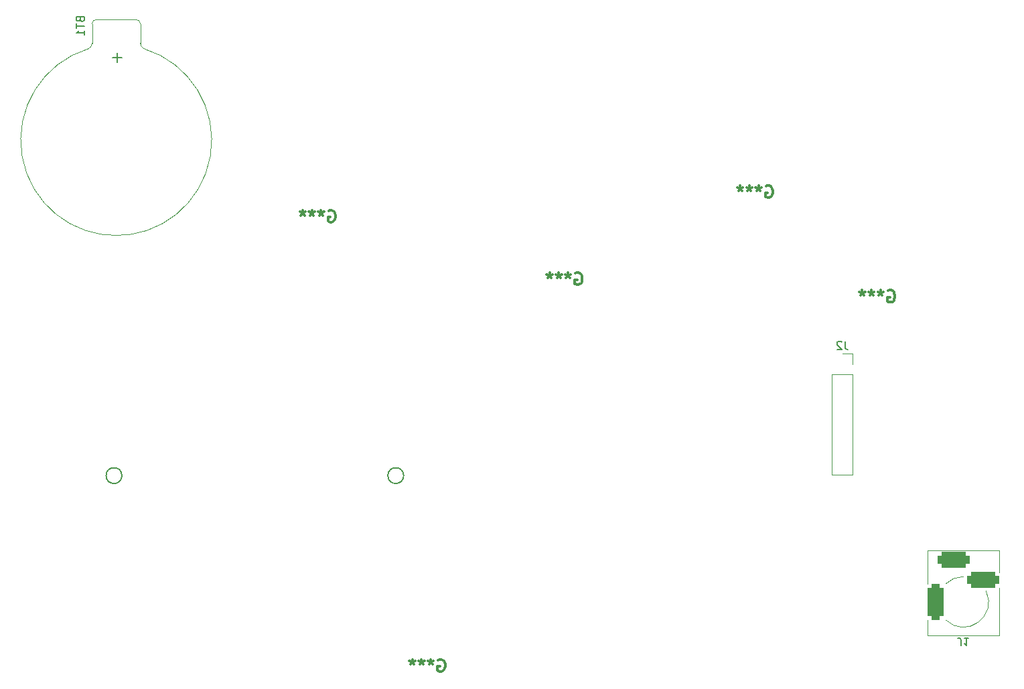
<source format=gbr>
%TF.GenerationSoftware,KiCad,Pcbnew,(6.0.5)*%
%TF.CreationDate,2022-07-22T09:43:27-04:00*%
%TF.ProjectId,Clock,436c6f63-6b2e-46b6-9963-61645f706362,rev?*%
%TF.SameCoordinates,PX4c4b400PY8a48640*%
%TF.FileFunction,Legend,Bot*%
%TF.FilePolarity,Positive*%
%FSLAX46Y46*%
G04 Gerber Fmt 4.6, Leading zero omitted, Abs format (unit mm)*
G04 Created by KiCad (PCBNEW (6.0.5)) date 2022-07-22 09:43:27*
%MOMM*%
%LPD*%
G01*
G04 APERTURE LIST*
G04 Aperture macros list*
%AMRoundRect*
0 Rectangle with rounded corners*
0 $1 Rounding radius*
0 $2 $3 $4 $5 $6 $7 $8 $9 X,Y pos of 4 corners*
0 Add a 4 corners polygon primitive as box body*
4,1,4,$2,$3,$4,$5,$6,$7,$8,$9,$2,$3,0*
0 Add four circle primitives for the rounded corners*
1,1,$1+$1,$2,$3*
1,1,$1+$1,$4,$5*
1,1,$1+$1,$6,$7*
1,1,$1+$1,$8,$9*
0 Add four rect primitives between the rounded corners*
20,1,$1+$1,$2,$3,$4,$5,0*
20,1,$1+$1,$4,$5,$6,$7,0*
20,1,$1+$1,$6,$7,$8,$9,0*
20,1,$1+$1,$8,$9,$2,$3,0*%
G04 Aperture macros list end*
%ADD10C,0.300000*%
%ADD11C,0.150000*%
%ADD12C,0.120000*%
%ADD13C,3.200000*%
%ADD14R,1.600000X1.600000*%
%ADD15O,1.600000X1.600000*%
%ADD16R,2.000000X2.000000*%
%ADD17C,2.000000*%
%ADD18C,1.524000*%
%ADD19C,3.000000*%
%ADD20R,1.800000X2.600000*%
%ADD21O,1.800000X2.600000*%
%ADD22C,1.440000*%
%ADD23RoundRect,0.500000X-0.500000X1.750000X-0.500000X-1.750000X0.500000X-1.750000X0.500000X1.750000X0*%
%ADD24RoundRect,0.500000X-1.500000X-0.500000X1.500000X-0.500000X1.500000X0.500000X-1.500000X0.500000X0*%
%ADD25R,3.000000X3.000000*%
%ADD26R,1.700000X1.700000*%
%ADD27O,1.700000X1.700000*%
G04 APERTURE END LIST*
D10*
%TO.C,G\u002A\u002A\u002A*%
X55599257Y5866624D02*
X55744400Y5939196D01*
X55962114Y5939196D01*
X56179828Y5866624D01*
X56324971Y5721482D01*
X56397543Y5576339D01*
X56470114Y5286053D01*
X56470114Y5068339D01*
X56397543Y4778053D01*
X56324971Y4632910D01*
X56179828Y4487767D01*
X55962114Y4415196D01*
X55816971Y4415196D01*
X55599257Y4487767D01*
X55526686Y4560339D01*
X55526686Y5068339D01*
X55816971Y5068339D01*
X54655828Y5939196D02*
X54655828Y5576339D01*
X55018686Y5721482D02*
X54655828Y5576339D01*
X54292971Y5721482D01*
X54873543Y5286053D02*
X54655828Y5576339D01*
X54438114Y5286053D01*
X53494686Y5939196D02*
X53494686Y5576339D01*
X53857543Y5721482D02*
X53494686Y5576339D01*
X53131828Y5721482D01*
X53712400Y5286053D02*
X53494686Y5576339D01*
X53276971Y5286053D01*
X52333543Y5939196D02*
X52333543Y5576339D01*
X52696400Y5721482D02*
X52333543Y5576339D01*
X51970686Y5721482D01*
X52551257Y5286053D02*
X52333543Y5576339D01*
X52115828Y5286053D01*
X41742571Y62662000D02*
X41887714Y62734572D01*
X42105428Y62734572D01*
X42323142Y62662000D01*
X42468285Y62516858D01*
X42540857Y62371715D01*
X42613428Y62081429D01*
X42613428Y61863715D01*
X42540857Y61573429D01*
X42468285Y61428286D01*
X42323142Y61283143D01*
X42105428Y61210572D01*
X41960285Y61210572D01*
X41742571Y61283143D01*
X41670000Y61355715D01*
X41670000Y61863715D01*
X41960285Y61863715D01*
X40799142Y62734572D02*
X40799142Y62371715D01*
X41162000Y62516858D02*
X40799142Y62371715D01*
X40436285Y62516858D01*
X41016857Y62081429D02*
X40799142Y62371715D01*
X40581428Y62081429D01*
X39638000Y62734572D02*
X39638000Y62371715D01*
X40000857Y62516858D02*
X39638000Y62371715D01*
X39275142Y62516858D01*
X39855714Y62081429D02*
X39638000Y62371715D01*
X39420285Y62081429D01*
X38476857Y62734572D02*
X38476857Y62371715D01*
X38839714Y62516858D02*
X38476857Y62371715D01*
X38114000Y62516858D01*
X38694571Y62081429D02*
X38476857Y62371715D01*
X38259142Y62081429D01*
X72942571Y54762000D02*
X73087714Y54834572D01*
X73305428Y54834572D01*
X73523142Y54762000D01*
X73668285Y54616858D01*
X73740857Y54471715D01*
X73813428Y54181429D01*
X73813428Y53963715D01*
X73740857Y53673429D01*
X73668285Y53528286D01*
X73523142Y53383143D01*
X73305428Y53310572D01*
X73160285Y53310572D01*
X72942571Y53383143D01*
X72870000Y53455715D01*
X72870000Y53963715D01*
X73160285Y53963715D01*
X71999142Y54834572D02*
X71999142Y54471715D01*
X72362000Y54616858D02*
X71999142Y54471715D01*
X71636285Y54616858D01*
X72216857Y54181429D02*
X71999142Y54471715D01*
X71781428Y54181429D01*
X70838000Y54834572D02*
X70838000Y54471715D01*
X71200857Y54616858D02*
X70838000Y54471715D01*
X70475142Y54616858D01*
X71055714Y54181429D02*
X70838000Y54471715D01*
X70620285Y54181429D01*
X69676857Y54834572D02*
X69676857Y54471715D01*
X70039714Y54616858D02*
X69676857Y54471715D01*
X69314000Y54616858D01*
X69894571Y54181429D02*
X69676857Y54471715D01*
X69459142Y54181429D01*
X112477571Y52544000D02*
X112622714Y52616572D01*
X112840428Y52616572D01*
X113058142Y52544000D01*
X113203285Y52398858D01*
X113275857Y52253715D01*
X113348428Y51963429D01*
X113348428Y51745715D01*
X113275857Y51455429D01*
X113203285Y51310286D01*
X113058142Y51165143D01*
X112840428Y51092572D01*
X112695285Y51092572D01*
X112477571Y51165143D01*
X112405000Y51237715D01*
X112405000Y51745715D01*
X112695285Y51745715D01*
X111534142Y52616572D02*
X111534142Y52253715D01*
X111897000Y52398858D02*
X111534142Y52253715D01*
X111171285Y52398858D01*
X111751857Y51963429D02*
X111534142Y52253715D01*
X111316428Y51963429D01*
X110373000Y52616572D02*
X110373000Y52253715D01*
X110735857Y52398858D02*
X110373000Y52253715D01*
X110010142Y52398858D01*
X110590714Y51963429D02*
X110373000Y52253715D01*
X110155285Y51963429D01*
X109211857Y52616572D02*
X109211857Y52253715D01*
X109574714Y52398858D02*
X109211857Y52253715D01*
X108849000Y52398858D01*
X109429571Y51963429D02*
X109211857Y52253715D01*
X108994142Y51963429D01*
D11*
%TO.C,J1*%
X121666666Y7652381D02*
X121666666Y8366667D01*
X121619047Y8509524D01*
X121523809Y8604762D01*
X121380952Y8652381D01*
X121285714Y8652381D01*
X122666666Y8652381D02*
X122095238Y8652381D01*
X122380952Y8652381D02*
X122380952Y7652381D01*
X122285714Y7795239D01*
X122190476Y7890477D01*
X122095238Y7938096D01*
%TO.C,BT1*%
X10328571Y86835715D02*
X10376190Y86692858D01*
X10423809Y86645239D01*
X10519047Y86597620D01*
X10661904Y86597620D01*
X10757142Y86645239D01*
X10804761Y86692858D01*
X10852380Y86788096D01*
X10852380Y87169048D01*
X9852380Y87169048D01*
X9852380Y86835715D01*
X9900000Y86740477D01*
X9947619Y86692858D01*
X10042857Y86645239D01*
X10138095Y86645239D01*
X10233333Y86692858D01*
X10280952Y86740477D01*
X10328571Y86835715D01*
X10328571Y87169048D01*
X9852380Y86311905D02*
X9852380Y85740477D01*
X10852380Y86026191D02*
X9852380Y86026191D01*
X10852380Y84883334D02*
X10852380Y85454762D01*
X10852380Y85169048D02*
X9852380Y85169048D01*
X9995238Y85264286D01*
X10090476Y85359524D01*
X10138095Y85454762D01*
X15007142Y82621429D02*
X15007142Y81478572D01*
X15578571Y82050000D02*
X14435714Y82050000D01*
D10*
%TO.C,G\u002A\u002A\u002A*%
X97042571Y65762000D02*
X97187714Y65834572D01*
X97405428Y65834572D01*
X97623142Y65762000D01*
X97768285Y65616858D01*
X97840857Y65471715D01*
X97913428Y65181429D01*
X97913428Y64963715D01*
X97840857Y64673429D01*
X97768285Y64528286D01*
X97623142Y64383143D01*
X97405428Y64310572D01*
X97260285Y64310572D01*
X97042571Y64383143D01*
X96970000Y64455715D01*
X96970000Y64963715D01*
X97260285Y64963715D01*
X96099142Y65834572D02*
X96099142Y65471715D01*
X96462000Y65616858D02*
X96099142Y65471715D01*
X95736285Y65616858D01*
X96316857Y65181429D02*
X96099142Y65471715D01*
X95881428Y65181429D01*
X94938000Y65834572D02*
X94938000Y65471715D01*
X95300857Y65616858D02*
X94938000Y65471715D01*
X94575142Y65616858D01*
X95155714Y65181429D02*
X94938000Y65471715D01*
X94720285Y65181429D01*
X93776857Y65834572D02*
X93776857Y65471715D01*
X94139714Y65616858D02*
X93776857Y65471715D01*
X93414000Y65616858D01*
X93994571Y65181429D02*
X93776857Y65471715D01*
X93559142Y65181429D01*
D11*
%TO.C,J2*%
X107023333Y46150620D02*
X107023333Y45436334D01*
X107070952Y45293477D01*
X107166190Y45198239D01*
X107309047Y45150620D01*
X107404285Y45150620D01*
X106594761Y46055381D02*
X106547142Y46103000D01*
X106451904Y46150620D01*
X106213809Y46150620D01*
X106118571Y46103000D01*
X106070952Y46055381D01*
X106023333Y45960143D01*
X106023333Y45864905D01*
X106070952Y45722048D01*
X106642380Y45150620D01*
X106023333Y45150620D01*
%TO.C,D2*%
X15618000Y29176000D02*
G75*
G03*
X15618000Y29176000I-1000000J0D01*
G01*
%TO.C,D1*%
X51240000Y29176000D02*
G75*
G03*
X51240000Y29176000I-1000000J0D01*
G01*
D12*
%TO.C,J1*%
X117500000Y19700000D02*
X126500000Y19700000D01*
X117500000Y9000000D02*
X126500000Y9000000D01*
X126500000Y19700000D02*
X126500000Y16950000D01*
X117500000Y9000000D02*
X117500000Y10950000D01*
X117500000Y19700000D02*
X117500000Y15450000D01*
X126500000Y9000000D02*
X126500000Y14950000D01*
X119800000Y10900000D02*
G75*
G03*
X124866245Y14583705I2200000J2300000D01*
G01*
X122000000Y16400000D02*
G75*
G03*
X119737258Y15462742I-2J-3199997D01*
G01*
%TO.C,BT1*%
X11850000Y83850000D02*
X11850000Y86300000D01*
X12400000Y86850000D02*
X17400000Y86850000D01*
X17950000Y86300000D02*
X17950000Y83850000D01*
X14384009Y59536557D02*
G75*
G03*
X18420000Y83150000I515991J12063443D01*
G01*
X17950000Y86300000D02*
G75*
G03*
X17400000Y86850000I-549999J1D01*
G01*
X17950000Y83850000D02*
G75*
G03*
X18443485Y83145231I750000J0D01*
G01*
X12400000Y86850000D02*
G75*
G03*
X11850000Y86300000I-1J-549999D01*
G01*
X11380000Y83150000D02*
G75*
G03*
X15415991Y59536557I3520000J-11550000D01*
G01*
X11356515Y83145231D02*
G75*
G03*
X11850000Y83850000I-256515J704769D01*
G01*
%TO.C,J2*%
X108020000Y42003000D02*
X108020000Y29243000D01*
X105360000Y42003000D02*
X105360000Y29243000D01*
X108020000Y44603000D02*
X106690000Y44603000D01*
X108020000Y29243000D02*
X105360000Y29243000D01*
X108020000Y42003000D02*
X105360000Y42003000D01*
X108020000Y43273000D02*
X108020000Y44603000D01*
%TD*%
%LPC*%
%TO.C,G\u002A\u002A\u002A*%
G36*
X71649230Y3943108D02*
G01*
X71533451Y3703753D01*
X71361843Y3481828D01*
X71177533Y3307416D01*
X70872609Y3088710D01*
X70529084Y2915634D01*
X70149223Y2789262D01*
X69735294Y2710669D01*
X69390785Y2684007D01*
X68967007Y2697667D01*
X68557609Y2762048D01*
X68169508Y2875511D01*
X67809620Y3036422D01*
X67484860Y3243143D01*
X67401483Y3304905D01*
X67324831Y3355736D01*
X67267902Y3380108D01*
X67214754Y3384260D01*
X67149446Y3374433D01*
X66976348Y3346842D01*
X66701815Y3318866D01*
X66406866Y3303568D01*
X66114463Y3301992D01*
X65847563Y3315184D01*
X65451188Y3348830D01*
X65290908Y3227818D01*
X65025331Y3056393D01*
X64694471Y2902380D01*
X64333484Y2787111D01*
X63953260Y2713303D01*
X63564690Y2683672D01*
X63178662Y2700934D01*
X63083086Y2712338D01*
X62673012Y2786792D01*
X62307231Y2898972D01*
X61981273Y3050873D01*
X61690670Y3244493D01*
X61430954Y3481828D01*
X61380647Y3537905D01*
X61224144Y3765245D01*
X61122879Y4009418D01*
X61076801Y4263396D01*
X61079965Y4353061D01*
X61380432Y4353061D01*
X61380469Y4331641D01*
X61384147Y4199471D01*
X61397306Y4101459D01*
X61424836Y4014042D01*
X61471629Y3913655D01*
X61554929Y3780613D01*
X61715436Y3603395D01*
X61921387Y3437562D01*
X62163799Y3289179D01*
X62433693Y3164312D01*
X62722089Y3069028D01*
X62734457Y3065776D01*
X62870331Y3035991D01*
X63019986Y3015154D01*
X63199114Y3001578D01*
X63423409Y2993574D01*
X63655137Y2991825D01*
X63877488Y3000982D01*
X64073198Y3024115D01*
X64260117Y3063429D01*
X64456094Y3121129D01*
X64460302Y3122517D01*
X64565891Y3162018D01*
X64686990Y3213988D01*
X64809183Y3271380D01*
X64918051Y3327148D01*
X64999179Y3374243D01*
X65038147Y3405621D01*
X65037670Y3416090D01*
X65000248Y3443234D01*
X64926070Y3469420D01*
X64872041Y3484941D01*
X67642386Y3484941D01*
X67713090Y3426756D01*
X67742653Y3405621D01*
X67761500Y3392147D01*
X67880075Y3324357D01*
X68031101Y3250873D01*
X68198249Y3178971D01*
X68365193Y3115930D01*
X68515606Y3069028D01*
X68601469Y3049541D01*
X68797745Y3020041D01*
X69025246Y3000049D01*
X69265782Y2990131D01*
X69501164Y2990851D01*
X69713202Y3002777D01*
X69883705Y3026473D01*
X70195173Y3107908D01*
X70500195Y3224286D01*
X70772147Y3367375D01*
X71004257Y3532988D01*
X71189749Y3716942D01*
X71321851Y3915051D01*
X71328682Y3928635D01*
X71372578Y4025717D01*
X71397920Y4113147D01*
X71409563Y4214428D01*
X71412365Y4353061D01*
X71412334Y4372682D01*
X71408717Y4505524D01*
X71395669Y4603868D01*
X71368333Y4691217D01*
X71321851Y4791072D01*
X71316529Y4801391D01*
X71202710Y4971351D01*
X71047422Y5134084D01*
X71010194Y5166043D01*
X70899680Y5250747D01*
X70778287Y5332752D01*
X70657881Y5405191D01*
X70550328Y5461198D01*
X70467496Y5493905D01*
X70421250Y5496445D01*
X70404828Y5480885D01*
X70355575Y5423976D01*
X70285339Y5337050D01*
X70203472Y5231487D01*
X70073376Y5068850D01*
X69720238Y4693341D01*
X69322324Y4352635D01*
X68886294Y4051541D01*
X68418811Y3794868D01*
X67926535Y3587427D01*
X67642386Y3484941D01*
X64872041Y3484941D01*
X64822921Y3499052D01*
X64633923Y3562174D01*
X64428938Y3638708D01*
X64231151Y3719851D01*
X64063746Y3796801D01*
X63888302Y3887153D01*
X63485087Y4123140D01*
X63123069Y4381361D01*
X62790756Y4671457D01*
X62476652Y5003068D01*
X62169265Y5385835D01*
X62164586Y5390265D01*
X62116417Y5388702D01*
X62033422Y5348451D01*
X61922383Y5273417D01*
X61790081Y5167504D01*
X61649553Y5037842D01*
X61521611Y4885329D01*
X61438644Y4729376D01*
X61393852Y4556461D01*
X61380432Y4353061D01*
X61079965Y4353061D01*
X61085861Y4520150D01*
X61150009Y4772651D01*
X61269196Y5013871D01*
X61443371Y5236782D01*
X61536231Y5326234D01*
X61652516Y5426462D01*
X61774164Y5522731D01*
X61884860Y5602143D01*
X61968288Y5651797D01*
X61968463Y5652769D01*
X61954289Y5687473D01*
X61917512Y5764239D01*
X61863140Y5872843D01*
X61796183Y6003062D01*
X61670759Y6258934D01*
X61500365Y6674063D01*
X61379177Y7070935D01*
X61329066Y7273202D01*
X61171796Y7293691D01*
X60912597Y7339111D01*
X60535612Y7450029D01*
X60187256Y7608447D01*
X59873777Y7811333D01*
X59601422Y8055657D01*
X59559109Y8102451D01*
X59400963Y8328532D01*
X59297546Y8572417D01*
X59248861Y8826655D01*
X59251217Y8926891D01*
X59550900Y8926891D01*
X59550937Y8905471D01*
X59554615Y8773301D01*
X59567774Y8675289D01*
X59595305Y8587871D01*
X59642098Y8487484D01*
X59734155Y8343023D01*
X59896785Y8167377D01*
X60103217Y8003467D01*
X60343899Y7857730D01*
X60609281Y7736605D01*
X60889812Y7646528D01*
X60916239Y7639920D01*
X61037886Y7612127D01*
X61140519Y7592604D01*
X61204225Y7585234D01*
X61235477Y7586504D01*
X61261739Y7600561D01*
X61266221Y7643176D01*
X61254365Y7730072D01*
X61246814Y7793183D01*
X61237925Y7938077D01*
X61233496Y8119267D01*
X61233332Y8317047D01*
X61517647Y8317047D01*
X61523070Y8077932D01*
X61572598Y7578303D01*
X61675611Y7094608D01*
X61834288Y6617945D01*
X62050811Y6139408D01*
X62088942Y6065951D01*
X62268618Y5755132D01*
X62466738Y5473200D01*
X62701404Y5193840D01*
X63023320Y4862919D01*
X63377924Y4558104D01*
X63752578Y4298513D01*
X64159120Y4076009D01*
X64609388Y3882455D01*
X64692377Y3851346D01*
X64900842Y3780187D01*
X65100261Y3724835D01*
X65313965Y3679316D01*
X65565286Y3637653D01*
X65618639Y3630246D01*
X65870404Y3607117D01*
X66152373Y3596520D01*
X66442068Y3598423D01*
X66717010Y3612793D01*
X66954720Y3639601D01*
X67063044Y3657837D01*
X67560682Y3775934D01*
X68044034Y3946208D01*
X68504385Y4164644D01*
X68933024Y4427229D01*
X69321239Y4729948D01*
X69522040Y4915347D01*
X69880255Y5299776D01*
X70184274Y5706547D01*
X70437065Y6139408D01*
X70544609Y6361692D01*
X70734087Y6838255D01*
X70866730Y7317066D01*
X70944717Y7807029D01*
X70970228Y8317047D01*
X70964805Y8556162D01*
X70915277Y9055791D01*
X70812264Y9539486D01*
X70653587Y10016149D01*
X70532891Y10282900D01*
X70878752Y10282900D01*
X70880181Y10274506D01*
X70896686Y10218653D01*
X70927763Y10126053D01*
X70968495Y10011574D01*
X71019970Y9861910D01*
X71134242Y9452957D01*
X71216590Y9033614D01*
X71225921Y8959593D01*
X71238753Y8800664D01*
X71248001Y8610636D01*
X71253465Y8404826D01*
X71254095Y8317047D01*
X71254946Y8198548D01*
X71252247Y8007119D01*
X71245168Y7845855D01*
X71233510Y7730072D01*
X71222791Y7657817D01*
X71222992Y7607103D01*
X71245162Y7588688D01*
X71296151Y7586913D01*
X71403300Y7598863D01*
X71564047Y7635652D01*
X71747187Y7692055D01*
X71935980Y7762833D01*
X72113686Y7842746D01*
X72312773Y7953917D01*
X72539760Y8118970D01*
X72720021Y8299377D01*
X72846461Y8488880D01*
X72853292Y8502464D01*
X72897188Y8599546D01*
X72922530Y8686977D01*
X72934173Y8788258D01*
X72936975Y8926891D01*
X72936944Y8946512D01*
X72933327Y9079353D01*
X72920279Y9177697D01*
X72892942Y9265046D01*
X72846461Y9364902D01*
X72835597Y9385661D01*
X72700989Y9577054D01*
X72515277Y9755186D01*
X72286887Y9915558D01*
X72024245Y10053669D01*
X71735776Y10165021D01*
X71429908Y10245114D01*
X71115066Y10289447D01*
X71086277Y10291530D01*
X70980685Y10295545D01*
X70906660Y10292534D01*
X70878752Y10282900D01*
X70532891Y10282900D01*
X70437065Y10494686D01*
X70385268Y10593571D01*
X70182710Y10934028D01*
X69952480Y11249616D01*
X69684112Y11553683D01*
X69367144Y11859581D01*
X69305717Y11914256D01*
X69028029Y12139499D01*
X68742086Y12332103D01*
X68421576Y12510174D01*
X68199292Y12617718D01*
X67722730Y12807196D01*
X67243919Y12939839D01*
X66753956Y13017826D01*
X66243938Y13043338D01*
X66004822Y13037914D01*
X65505193Y12988386D01*
X65021499Y12885374D01*
X64544835Y12726696D01*
X64066299Y12510174D01*
X63992842Y12472043D01*
X63682023Y12292366D01*
X63400090Y12094247D01*
X63120731Y11859581D01*
X63028901Y11775242D01*
X62726221Y11471167D01*
X62469288Y11165282D01*
X62247639Y10844238D01*
X62050811Y10494686D01*
X61948346Y10282900D01*
X61943267Y10272402D01*
X61753788Y9795839D01*
X61621145Y9317028D01*
X61543158Y8827065D01*
X61517647Y8317047D01*
X61233332Y8317047D01*
X61233328Y8321439D01*
X61237222Y8529275D01*
X61244978Y8727460D01*
X61256399Y8900679D01*
X61271285Y9033614D01*
X61299122Y9196590D01*
X61394974Y9615915D01*
X61519380Y10011574D01*
X61535329Y10055718D01*
X61573048Y10163804D01*
X61599285Y10244487D01*
X61609124Y10282900D01*
X61594325Y10292968D01*
X61531085Y10297862D01*
X61429604Y10293417D01*
X61302445Y10280941D01*
X61162174Y10261740D01*
X61021357Y10237120D01*
X60892557Y10208388D01*
X60669789Y10139782D01*
X60398658Y10024011D01*
X60150929Y9882450D01*
X59935995Y9721426D01*
X59763253Y9547266D01*
X59642098Y9366298D01*
X59634586Y9351349D01*
X59590638Y9254046D01*
X59565301Y9166578D01*
X59553685Y9065381D01*
X59550900Y8926891D01*
X59251217Y8926891D01*
X59254905Y9083796D01*
X59315681Y9336389D01*
X59431186Y9576982D01*
X59601422Y9798125D01*
X59840347Y10018425D01*
X60139636Y10221377D01*
X60476182Y10380352D01*
X60852951Y10496722D01*
X61272910Y10571861D01*
X61301631Y10575344D01*
X61439332Y10590016D01*
X61564846Y10600495D01*
X61654062Y10604703D01*
X61676365Y10604925D01*
X61727546Y10609451D01*
X61767292Y10627513D01*
X61805888Y10669043D01*
X61853618Y10743972D01*
X61920767Y10862232D01*
X62068681Y11106744D01*
X62372363Y11519634D01*
X62722465Y11899029D01*
X63114157Y12241677D01*
X63542607Y12544326D01*
X64002985Y12803724D01*
X64490459Y13016619D01*
X65000198Y13179759D01*
X65527371Y13289893D01*
X65684049Y13307303D01*
X65888838Y13319389D01*
X66120034Y13325480D01*
X66360218Y13325576D01*
X66591971Y13319676D01*
X66797872Y13307782D01*
X66960504Y13289893D01*
X67257435Y13234972D01*
X67775445Y13094769D01*
X68273317Y12903380D01*
X68746220Y12664056D01*
X69189323Y12380049D01*
X69597794Y12054611D01*
X69966803Y11690995D01*
X70291518Y11292451D01*
X70567109Y10862232D01*
X70593241Y10815686D01*
X70652489Y10713580D01*
X70695886Y10651360D01*
X70733715Y10619095D01*
X70776263Y10606853D01*
X70833813Y10604703D01*
X70848592Y10604439D01*
X70947596Y10598828D01*
X71077762Y10587511D01*
X71214966Y10572523D01*
X71572798Y10512078D01*
X71959340Y10400567D01*
X72305732Y10245052D01*
X72614071Y10044561D01*
X72886453Y9798125D01*
X72929737Y9750178D01*
X73086843Y9524538D01*
X73189520Y9280734D01*
X73237766Y9026378D01*
X73235375Y8926891D01*
X73231583Y8769081D01*
X73170970Y8516455D01*
X73055926Y8276109D01*
X72886453Y8055657D01*
X72706721Y7885831D01*
X72407145Y7669758D01*
X72072225Y7496657D01*
X71710084Y7370494D01*
X71328841Y7295233D01*
X71159013Y7274014D01*
X71108800Y7071341D01*
X71089691Y6998024D01*
X70993431Y6692887D01*
X70870063Y6376367D01*
X70730014Y6075871D01*
X70689447Y5996448D01*
X70635649Y5890763D01*
X70596749Y5813895D01*
X70579205Y5778572D01*
X70577816Y5770385D01*
X70604084Y5755702D01*
X70620520Y5753313D01*
X70694004Y5723118D01*
X70797921Y5664584D01*
X70920238Y5585727D01*
X71048917Y5494563D01*
X71171923Y5399109D01*
X71277220Y5307380D01*
X71401107Y5176551D01*
X71560008Y4946380D01*
X71664569Y4701528D01*
X71714491Y4448418D01*
X71712616Y4353061D01*
X71709477Y4193470D01*
X71649230Y3943108D01*
G37*
G36*
X66688038Y6690343D02*
G01*
X67083528Y6647281D01*
X67448379Y6568846D01*
X67484358Y6558440D01*
X67694691Y6485360D01*
X67901852Y6394743D01*
X68091686Y6293977D01*
X68250038Y6190448D01*
X68362756Y6091547D01*
X68372452Y6080782D01*
X68398319Y6045517D01*
X68381006Y6032197D01*
X68311613Y6030132D01*
X68232695Y6041226D01*
X68151147Y6089518D01*
X68146527Y6094388D01*
X68071162Y6151203D01*
X67952983Y6218031D01*
X67806284Y6288422D01*
X67645359Y6355925D01*
X67484504Y6414089D01*
X67338013Y6456463D01*
X67252970Y6475762D01*
X66809627Y6543441D01*
X66350342Y6562784D01*
X65892825Y6533791D01*
X65454784Y6456463D01*
X65441224Y6453129D01*
X65292658Y6408890D01*
X65131154Y6349505D01*
X64971007Y6281424D01*
X64826510Y6211099D01*
X64711960Y6144980D01*
X64641650Y6089518D01*
X64587027Y6051181D01*
X64480595Y6030132D01*
X64373283Y6030132D01*
X64447132Y6108741D01*
X64551370Y6199085D01*
X64712705Y6303498D01*
X64907904Y6404603D01*
X65123098Y6495295D01*
X65344418Y6568466D01*
X65498681Y6607327D01*
X65877519Y6670363D01*
X66280003Y6698036D01*
X66688038Y6690343D01*
G37*
G36*
X68821282Y9835037D02*
G01*
X68807143Y9540621D01*
X68807093Y9540134D01*
X68760777Y9235030D01*
X68689515Y8966165D01*
X68595670Y8738202D01*
X68481602Y8555804D01*
X68349673Y8423634D01*
X68202245Y8346353D01*
X68091938Y8331079D01*
X67944314Y8353943D01*
X67805443Y8418331D01*
X67752900Y8458229D01*
X67629471Y8598776D01*
X67526402Y8784982D01*
X67444316Y9008082D01*
X67383833Y9259311D01*
X67345575Y9529903D01*
X67330164Y9811093D01*
X67338219Y10094115D01*
X67370363Y10370204D01*
X67378288Y10406502D01*
X67857660Y10406502D01*
X67880507Y10272870D01*
X67931537Y10160788D01*
X68010796Y10086498D01*
X68057825Y10062777D01*
X68092318Y10061463D01*
X68142078Y10088037D01*
X68163914Y10102667D01*
X68229482Y10179264D01*
X68270016Y10281647D01*
X68287422Y10399069D01*
X68283603Y10520784D01*
X68260465Y10636042D01*
X68219911Y10734098D01*
X68163846Y10804204D01*
X68094174Y10835613D01*
X68012801Y10817576D01*
X67957775Y10774269D01*
X67896338Y10673444D01*
X67862952Y10545441D01*
X67857660Y10406502D01*
X67378288Y10406502D01*
X67427218Y10630596D01*
X67509403Y10866523D01*
X67617542Y11069222D01*
X67660705Y11128627D01*
X67796031Y11258275D01*
X67945447Y11332103D01*
X68101221Y11350112D01*
X68255625Y11312301D01*
X68400927Y11218671D01*
X68529397Y11069222D01*
X68609651Y10924231D01*
X68698003Y10691528D01*
X68764320Y10423653D01*
X68767873Y10399069D01*
X68806210Y10133768D01*
X68821282Y9835037D01*
G37*
G36*
X65465208Y9842812D02*
G01*
X65452801Y9552749D01*
X65413319Y9267898D01*
X65345380Y8996695D01*
X65345285Y8996393D01*
X65249466Y8752316D01*
X65133654Y8561298D01*
X64999362Y8425318D01*
X64848103Y8346353D01*
X64715414Y8326257D01*
X64565139Y8356506D01*
X64424137Y8441914D01*
X64296020Y8579363D01*
X64184400Y8765740D01*
X64092886Y8997927D01*
X64050239Y9151894D01*
X63998992Y9431670D01*
X63975390Y9720305D01*
X63978044Y10009353D01*
X64005568Y10290371D01*
X64027959Y10406502D01*
X64503518Y10406502D01*
X64526365Y10272870D01*
X64577396Y10160788D01*
X64656654Y10086498D01*
X64703683Y10062777D01*
X64738177Y10061463D01*
X64787936Y10088037D01*
X64809772Y10102667D01*
X64875340Y10179264D01*
X64915875Y10281647D01*
X64933280Y10399069D01*
X64929462Y10520784D01*
X64906323Y10636042D01*
X64865769Y10734098D01*
X64809704Y10804204D01*
X64740033Y10835613D01*
X64658659Y10817576D01*
X64603633Y10774269D01*
X64542197Y10673444D01*
X64508810Y10545441D01*
X64503518Y10406502D01*
X64027959Y10406502D01*
X64056575Y10554914D01*
X64129677Y10794538D01*
X64223487Y11000798D01*
X64336619Y11165250D01*
X64467684Y11279450D01*
X64507306Y11301085D01*
X64661358Y11344543D01*
X64822801Y11337331D01*
X64970971Y11279450D01*
X65048560Y11220326D01*
X65169547Y11076112D01*
X65271760Y10886504D01*
X65353817Y10659935D01*
X65414332Y10404840D01*
X65415120Y10399069D01*
X65451924Y10129654D01*
X65465208Y9842812D01*
G37*
G36*
X43519025Y56972622D02*
G01*
X43519025Y65949998D01*
X43754756Y65949998D01*
X43797346Y65923832D01*
X43935981Y65866584D01*
X44153558Y65785542D01*
X44432297Y65686617D01*
X44754424Y65575717D01*
X45102159Y65458754D01*
X45457728Y65341636D01*
X45803351Y65230275D01*
X46121253Y65130579D01*
X46393656Y65048460D01*
X46602784Y64989827D01*
X46730858Y64960590D01*
X46767630Y64955401D01*
X46928694Y64935378D01*
X47170357Y64907267D01*
X47466660Y64874049D01*
X47791647Y64838709D01*
X47934247Y64823283D01*
X48242726Y64788820D01*
X48507109Y64757824D01*
X48703016Y64733200D01*
X48806068Y64717852D01*
X48936498Y64691650D01*
X48791052Y64477324D01*
X48787408Y64471924D01*
X48620389Y64141998D01*
X48509544Y63753219D01*
X48469373Y63356125D01*
X48470912Y63230639D01*
X48485211Y63106796D01*
X48524810Y63053536D01*
X48601972Y63041789D01*
X48666508Y63039196D01*
X48801007Y63003244D01*
X48825913Y62926799D01*
X48739940Y62812005D01*
X48622457Y62677164D01*
X48525779Y62521209D01*
X48507459Y62488645D01*
X48405651Y62357945D01*
X48248759Y62189465D01*
X48062379Y62011369D01*
X48007315Y61959733D01*
X47783933Y61722193D01*
X47507321Y61392689D01*
X47183209Y60978237D01*
X46817325Y60485858D01*
X46641633Y60243376D01*
X46421845Y59937004D01*
X46233189Y59670526D01*
X46085318Y59457724D01*
X45987884Y59312379D01*
X45950538Y59248271D01*
X45960134Y59233559D01*
X46043764Y59157729D01*
X46201767Y59029106D01*
X46420154Y58858070D01*
X46684937Y58655002D01*
X46982126Y58430281D01*
X47297732Y58194287D01*
X47617766Y57957401D01*
X47928239Y57730003D01*
X48215161Y57522473D01*
X48464544Y57345191D01*
X48662398Y57208537D01*
X48794734Y57122892D01*
X48847563Y57098635D01*
X48863580Y57117872D01*
X48974719Y57261162D01*
X49131993Y57474140D01*
X49323903Y57740272D01*
X49538945Y58043024D01*
X49765621Y58365864D01*
X49992427Y58692257D01*
X50207864Y59005671D01*
X50400430Y59289570D01*
X50558625Y59527423D01*
X50670946Y59702695D01*
X50725893Y59798853D01*
X50783295Y59922653D01*
X50872937Y60066696D01*
X50969098Y60135733D01*
X51097199Y60154086D01*
X51127968Y60156357D01*
X51303642Y60206838D01*
X51526451Y60308892D01*
X51761430Y60443004D01*
X51973611Y60589660D01*
X52128026Y60729348D01*
X52293308Y60950991D01*
X52490008Y61364049D01*
X52589771Y61821335D01*
X52624130Y62161695D01*
X52817510Y62027599D01*
X52850957Y62002059D01*
X52924945Y61926173D01*
X53006265Y61811464D01*
X53102623Y61643980D01*
X53221726Y61409773D01*
X53371280Y61094890D01*
X53558992Y60685383D01*
X53571148Y60658595D01*
X53744631Y60279370D01*
X53890817Y59970953D01*
X54023643Y59709708D01*
X54157045Y59472002D01*
X54304961Y59234200D01*
X54481328Y58972667D01*
X54700083Y58663770D01*
X54975164Y58283875D01*
X55169478Y58017174D01*
X55388554Y57717625D01*
X55576134Y57462410D01*
X55722796Y57264301D01*
X55819116Y57136069D01*
X55855670Y57090487D01*
X55861944Y57094060D01*
X55943862Y57150951D01*
X56119332Y57276499D01*
X56387235Y57469894D01*
X56746454Y57730327D01*
X57195870Y58056985D01*
X57734366Y58449060D01*
X58360822Y58905740D01*
X58789241Y59218209D01*
X58588804Y59495067D01*
X58491448Y59629550D01*
X58339276Y59839766D01*
X58147683Y60104445D01*
X57931570Y60403001D01*
X57705839Y60714849D01*
X57594567Y60867138D01*
X57210767Y61366673D01*
X56872461Y61763014D01*
X56576969Y62059353D01*
X56130626Y62460934D01*
X56130626Y63606337D01*
X56130660Y63651099D01*
X56133326Y63999662D01*
X56139767Y64302045D01*
X56149291Y64540326D01*
X56161207Y64696587D01*
X56174826Y64752907D01*
X56210928Y64756269D01*
X56348931Y64771496D01*
X56569488Y64796839D01*
X56852019Y64829923D01*
X57175944Y64868375D01*
X57359201Y64890752D01*
X57646041Y64929507D01*
X57899935Y64971465D01*
X58144967Y65022423D01*
X58405226Y65088180D01*
X58704799Y65174535D01*
X59067771Y65287286D01*
X59518231Y65432231D01*
X59812615Y65528491D01*
X60166977Y65646485D01*
X60470825Y65750078D01*
X60708717Y65833908D01*
X60865212Y65892611D01*
X60924869Y65920823D01*
X60925056Y65921211D01*
X60915187Y65991438D01*
X60874141Y66149660D01*
X60808385Y66372752D01*
X60724389Y66637587D01*
X60688574Y66747145D01*
X60578642Y67084186D01*
X60450758Y67477065D01*
X60318029Y67885494D01*
X60193563Y68269185D01*
X60114323Y68511733D01*
X60016620Y68804997D01*
X59934132Y69046023D01*
X59873736Y69214797D01*
X59842310Y69291303D01*
X59832563Y69298534D01*
X59750194Y69298501D01*
X59583286Y69264230D01*
X59325357Y69194005D01*
X58969924Y69086110D01*
X58510506Y68938831D01*
X58336388Y68881734D01*
X57958557Y68755841D01*
X57612858Y68638049D01*
X57319319Y68535321D01*
X57097970Y68454620D01*
X56968841Y68402908D01*
X56888736Y68366934D01*
X56754410Y68310110D01*
X56688910Y68287703D01*
X56688612Y68287713D01*
X56669115Y68340264D01*
X56661021Y68464501D01*
X56661020Y68465687D01*
X56656660Y68590799D01*
X56646287Y68644827D01*
X56642869Y68645630D01*
X56522008Y68667559D01*
X56328494Y68696281D01*
X56089384Y68728495D01*
X55831731Y68760903D01*
X55582591Y68790205D01*
X55369019Y68813102D01*
X55218069Y68826293D01*
X55156797Y68826480D01*
X55155756Y68825157D01*
X55141505Y68749592D01*
X55130350Y68590759D01*
X55124628Y68381013D01*
X55124106Y68340144D01*
X55115623Y68142239D01*
X55097774Y68057323D01*
X55069837Y68081439D01*
X55068112Y68086406D01*
X55054912Y68188151D01*
X55042787Y68389419D01*
X55032238Y68673930D01*
X55023764Y69025409D01*
X55017867Y69427575D01*
X55015047Y69864153D01*
X55010905Y71529002D01*
X54185847Y71529002D01*
X54185847Y73473782D01*
X50532018Y73473782D01*
X50532018Y71375739D01*
X50211717Y71045046D01*
X50059061Y70871897D01*
X49855578Y70544920D01*
X49742147Y70181157D01*
X49706960Y69750325D01*
X49708508Y69620762D01*
X49721713Y69484245D01*
X49755912Y69422130D01*
X49820006Y69407425D01*
X49972696Y69396883D01*
X50052955Y69350943D01*
X50033130Y69256702D01*
X49917250Y69101491D01*
X49781355Y68905640D01*
X49645442Y68556669D01*
X49600113Y68174957D01*
X49647521Y67788839D01*
X49789823Y67426647D01*
X49842940Y67327799D01*
X49892786Y67220784D01*
X49895123Y67189112D01*
X49518640Y67409063D01*
X49040113Y67685259D01*
X48632382Y67914315D01*
X48277682Y68104623D01*
X47958248Y68264579D01*
X47656315Y68402578D01*
X47354117Y68527014D01*
X47033889Y68646282D01*
X46677865Y68768776D01*
X46268281Y68902891D01*
X45953442Y69003873D01*
X45599125Y69115907D01*
X45295989Y69209961D01*
X45059249Y69281384D01*
X44904121Y69325525D01*
X44845820Y69337732D01*
X44843784Y69334051D01*
X44813771Y69252918D01*
X44754772Y69079738D01*
X44672248Y68831471D01*
X44571661Y68525075D01*
X44458472Y68177510D01*
X44338145Y67805735D01*
X44216140Y67426709D01*
X44097919Y67057391D01*
X43988946Y66714740D01*
X43894681Y66415717D01*
X43820586Y66177279D01*
X43772124Y66016386D01*
X43754756Y65949998D01*
X43519025Y65949998D01*
X43519025Y73768445D01*
X61022041Y73768445D01*
X61022041Y56972622D01*
X43519025Y56972622D01*
G37*
G36*
X50819821Y64711850D02*
G01*
X51193213Y64607619D01*
X51512544Y64422758D01*
X51758632Y64161011D01*
X51786553Y64118412D01*
X51854286Y63979826D01*
X51880642Y63823834D01*
X51875955Y63601124D01*
X51859938Y63440835D01*
X51804624Y63221577D01*
X51701034Y63042901D01*
X51535441Y62893703D01*
X51294116Y62762881D01*
X50963332Y62639329D01*
X50529361Y62511945D01*
X50370642Y62468208D01*
X50065662Y62377018D01*
X49846509Y62295928D01*
X49692412Y62214908D01*
X49582602Y62123924D01*
X49496308Y62012943D01*
X49429086Y61822683D01*
X49460879Y61628954D01*
X49576893Y61448104D01*
X49760638Y61293918D01*
X49995628Y61180179D01*
X50265374Y61120672D01*
X50553389Y61129181D01*
X50755880Y61173202D01*
X51073056Y61297421D01*
X51318545Y61469512D01*
X51477145Y61677380D01*
X51533654Y61908933D01*
X51534444Y61942351D01*
X51555070Y62005891D01*
X51627783Y62022387D01*
X51784338Y62003864D01*
X51848627Y61993393D01*
X51991711Y61964741D01*
X52061252Y61942341D01*
X52065917Y61920742D01*
X52052962Y61812750D01*
X52015781Y61650280D01*
X51884198Y61327420D01*
X51650481Y61035623D01*
X51329162Y60820004D01*
X50924289Y60684151D01*
X50837626Y60669112D01*
X50542832Y60649726D01*
X50217579Y60662846D01*
X49910608Y60705026D01*
X49670659Y60772817D01*
X49387296Y60929938D01*
X49134239Y61179396D01*
X48979161Y61487906D01*
X48928350Y61846375D01*
X48933047Y61958350D01*
X48982245Y62212300D01*
X49093737Y62424603D01*
X49278625Y62604351D01*
X49548012Y62760639D01*
X49912998Y62902559D01*
X50384687Y63039204D01*
X50537799Y63079933D01*
X50857993Y63177165D01*
X51085792Y63271883D01*
X51238637Y63374627D01*
X51333966Y63495937D01*
X51389220Y63646356D01*
X51399023Y63759248D01*
X51351527Y63869189D01*
X51227215Y64009397D01*
X51166910Y64064246D01*
X50892998Y64216356D01*
X50564201Y64270412D01*
X50192397Y64223950D01*
X49931234Y64127302D01*
X49717467Y63956181D01*
X49586235Y63711752D01*
X49532160Y63584656D01*
X49451160Y63526426D01*
X49299683Y63514153D01*
X49172966Y63517294D01*
X49063820Y63546046D01*
X49033932Y63626938D01*
X49060238Y63786170D01*
X49066901Y63813882D01*
X49200869Y64125157D01*
X49419153Y64385245D01*
X49696481Y64563279D01*
X49987575Y64663459D01*
X50411548Y64731711D01*
X50819821Y64711850D01*
G37*
G36*
X55073163Y60685383D02*
G01*
X55040371Y62306033D01*
X54185847Y62337272D01*
X54067329Y62341871D01*
X53703317Y62362199D01*
X53429686Y62393018D01*
X53224883Y62440790D01*
X53067357Y62511979D01*
X52935556Y62613046D01*
X52807930Y62750453D01*
X52784582Y62779406D01*
X52681278Y62938217D01*
X52624112Y63076700D01*
X52601746Y63185039D01*
X52564535Y63364983D01*
X52560754Y63471260D01*
X53125058Y63471260D01*
X53146342Y63289638D01*
X53261918Y63062752D01*
X53479305Y62895023D01*
X53568039Y62861579D01*
X53744759Y62830053D01*
X54003353Y62812438D01*
X54361588Y62806961D01*
X55073578Y62806961D01*
X55056974Y63499420D01*
X55040371Y64191879D01*
X54362645Y64191879D01*
X54318539Y64191772D01*
X53904034Y64175626D01*
X53591711Y64127189D01*
X53369611Y64039497D01*
X53225775Y63905588D01*
X53148244Y63718496D01*
X53125058Y63471260D01*
X52560754Y63471260D01*
X52558286Y63540631D01*
X52599157Y63787604D01*
X52678353Y64037077D01*
X52782972Y64237510D01*
X52871445Y64346389D01*
X53002297Y64456520D01*
X53169275Y64539422D01*
X53388692Y64599258D01*
X53676862Y64640190D01*
X54050097Y64666381D01*
X54524710Y64681995D01*
X55600232Y64705731D01*
X55600232Y60685383D01*
X55073163Y60685383D01*
G37*
G36*
X52242095Y62599458D02*
G01*
X52272297Y62554906D01*
X52250447Y62520460D01*
X52130418Y62512297D01*
X52101476Y62512504D01*
X51974992Y62525474D01*
X51961526Y62562008D01*
X52058081Y62626851D01*
X52150356Y62655029D01*
X52242095Y62599458D01*
G37*
G36*
X53567071Y67299567D02*
G01*
X53641177Y67216509D01*
X53644963Y67210880D01*
X53752534Y67068408D01*
X53881192Y66918132D01*
X53906847Y66889509D01*
X53985702Y66786924D01*
X54004752Y66733997D01*
X53988026Y66722588D01*
X53891161Y66667258D01*
X53743851Y66588656D01*
X53540600Y66495309D01*
X53406254Y66465558D01*
X53360789Y66508898D01*
X53364816Y66556576D01*
X53386976Y66699513D01*
X53421541Y66885684D01*
X53460539Y67075220D01*
X53495999Y67228252D01*
X53519948Y67304908D01*
X53567071Y67299567D01*
G37*
G36*
X54480839Y69598956D02*
G01*
X54482025Y69311724D01*
X54487447Y68913797D01*
X54496642Y68557399D01*
X54508935Y68261613D01*
X54523647Y68045522D01*
X54540102Y67928208D01*
X54541234Y67924163D01*
X54653927Y67683663D01*
X54830489Y67541519D01*
X55074545Y67494790D01*
X55171876Y67502591D01*
X55395406Y67593505D01*
X55556892Y67774196D01*
X55640017Y68029240D01*
X55650282Y68102116D01*
X55681530Y68210979D01*
X55752271Y68246139D01*
X55900812Y68238307D01*
X55963792Y68231885D01*
X56079259Y68204618D01*
X56123480Y68134866D01*
X56130626Y67984957D01*
X56090221Y67693260D01*
X55961844Y67408924D01*
X55761290Y67187149D01*
X55504802Y67052145D01*
X55204482Y66999076D01*
X54852493Y67020603D01*
X54530192Y67125711D01*
X54270103Y67307669D01*
X54235710Y67343668D01*
X54153091Y67451178D01*
X54087719Y67580735D01*
X54037672Y67746019D01*
X54001031Y67960709D01*
X53975875Y68238485D01*
X53960284Y68593027D01*
X53952338Y69038013D01*
X53950116Y69587123D01*
X53950116Y71057541D01*
X54480510Y71057541D01*
X54480839Y69598956D01*
G37*
G36*
X52092512Y71065574D02*
G01*
X52475994Y70959790D01*
X52668090Y70860426D01*
X52918148Y70635194D01*
X53072377Y70344126D01*
X53125058Y69995718D01*
X53120000Y69889995D01*
X53037401Y69591643D01*
X52851905Y69343870D01*
X52561327Y69144393D01*
X52163480Y68990926D01*
X51930044Y68923245D01*
X51623520Y68834491D01*
X51356130Y68757181D01*
X51147421Y68686247D01*
X50872418Y68537688D01*
X50709959Y68357894D01*
X50660616Y68147636D01*
X50724962Y67907685D01*
X50840475Y67746295D01*
X51056029Y67599104D01*
X51326521Y67514087D01*
X51627371Y67490237D01*
X51933999Y67526544D01*
X52221824Y67622002D01*
X52466267Y67775602D01*
X52642747Y67986336D01*
X52674110Y68045220D01*
X52743698Y68204850D01*
X52771461Y68317334D01*
X52771472Y68319668D01*
X52800852Y68389805D01*
X52904060Y68383780D01*
X53000411Y68364050D01*
X53175816Y68347440D01*
X53189977Y68347277D01*
X53270920Y68332646D01*
X53293902Y68270629D01*
X53273896Y68127674D01*
X53258979Y68057733D01*
X53116007Y67698376D01*
X52879594Y67404580D01*
X52558854Y67185192D01*
X52162899Y67049058D01*
X51897842Y67015225D01*
X51511745Y67021724D01*
X51129469Y67080664D01*
X50804230Y67186656D01*
X50725415Y67225948D01*
X50438883Y67440775D01*
X50244286Y67715441D01*
X50147926Y68031727D01*
X50156104Y68371416D01*
X50275124Y68716288D01*
X50414870Y68893829D01*
X50675788Y69073676D01*
X51049273Y69234980D01*
X51537403Y69378834D01*
X51750688Y69433950D01*
X52078206Y69533803D01*
X52310761Y69633445D01*
X52462877Y69741775D01*
X52549078Y69867694D01*
X52583888Y70020102D01*
X52583384Y70132924D01*
X52510445Y70335253D01*
X52336021Y70485505D01*
X52056049Y70588051D01*
X51835753Y70624945D01*
X51492417Y70612887D01*
X51197359Y70513542D01*
X50966711Y70333532D01*
X50816605Y70079473D01*
X50801173Y70037751D01*
X50744023Y69927859D01*
X50660130Y69887967D01*
X50504448Y69890858D01*
X50450983Y69895107D01*
X50327772Y69916949D01*
X50282820Y69969746D01*
X50285306Y70080119D01*
X50287593Y70099062D01*
X50374514Y70383977D01*
X50540943Y70648470D01*
X50757353Y70844713D01*
X50892888Y70918861D01*
X51263718Y71042616D01*
X51676006Y71092351D01*
X52092512Y71065574D01*
G37*
G36*
X79498388Y65682216D02*
G01*
X79535139Y65560789D01*
X79553848Y65498971D01*
X79622822Y65258712D01*
X79663776Y65099126D01*
X79672130Y65035801D01*
X79669701Y65033971D01*
X79592251Y65001189D01*
X79422663Y64939032D01*
X79178549Y64853670D01*
X78877518Y64751277D01*
X78537180Y64638023D01*
X77435267Y64275117D01*
X78068793Y64269693D01*
X78702320Y64264269D01*
X78702320Y59254988D01*
X77170069Y59254988D01*
X77170069Y61140835D01*
X76109280Y61140835D01*
X76109280Y60298921D01*
X76649882Y59555957D01*
X76724932Y59452836D01*
X76977808Y59105378D01*
X77170783Y58838989D01*
X77311072Y58642105D01*
X77405889Y58503159D01*
X77462450Y58410587D01*
X77487970Y58352825D01*
X77489664Y58318307D01*
X77474746Y58295468D01*
X77450431Y58272743D01*
X77448175Y58270602D01*
X77374506Y58211592D01*
X77219780Y58093767D01*
X76996999Y57926827D01*
X76719164Y57720472D01*
X76399280Y57484401D01*
X76050348Y57228314D01*
X76007119Y57196685D01*
X75664089Y56946634D01*
X75353508Y56721831D01*
X75087871Y56531201D01*
X74879673Y56383666D01*
X74741410Y56288153D01*
X74685575Y56253583D01*
X74683597Y56253778D01*
X74627587Y56305915D01*
X74517255Y56439327D01*
X74363311Y56638951D01*
X74176466Y56889724D01*
X73967430Y57176585D01*
X73746915Y57484471D01*
X73525630Y57798319D01*
X73314287Y58103068D01*
X73123596Y58383655D01*
X72964268Y58625018D01*
X72847012Y58812094D01*
X72782541Y58929821D01*
X72769303Y58959694D01*
X72689332Y59127251D01*
X72621157Y59215268D01*
X72534670Y59249321D01*
X72399762Y59254988D01*
X72160789Y59254988D01*
X72160927Y59770650D01*
X72159825Y59952461D01*
X72151739Y60110817D01*
X72129711Y60254332D01*
X72086789Y60407441D01*
X72016020Y60594577D01*
X71910452Y60840176D01*
X71763132Y61168673D01*
X71365197Y62051035D01*
X71349397Y60653012D01*
X71339591Y59785383D01*
X71337926Y59638051D01*
X71333597Y59254988D01*
X69862413Y59254988D01*
X69862413Y59402320D01*
X69858903Y59477317D01*
X69832876Y59538648D01*
X69778928Y59497739D01*
X69694032Y59351366D01*
X69575165Y59096306D01*
X69571527Y59088172D01*
X69485347Y58923604D01*
X69350701Y58697777D01*
X69177824Y58425251D01*
X68976953Y58120585D01*
X68758322Y57798338D01*
X68532169Y57473070D01*
X68308728Y57159340D01*
X68098236Y56871707D01*
X67910928Y56624731D01*
X67757041Y56432970D01*
X67646810Y56310983D01*
X67590472Y56273331D01*
X67582832Y56277313D01*
X67497861Y56333468D01*
X67333505Y56447963D01*
X67102223Y56611931D01*
X66816473Y56816502D01*
X66488714Y57052808D01*
X66131403Y57311981D01*
X65896438Y57483687D01*
X65480064Y57793244D01*
X65161338Y58038609D01*
X64939727Y58220212D01*
X64814698Y58338480D01*
X64785718Y58393843D01*
X64793573Y58404039D01*
X64864115Y58498545D01*
X64978616Y58654000D01*
X65116476Y58842459D01*
X65395815Y59225522D01*
X64328882Y59241585D01*
X63261949Y59257647D01*
X63261949Y59638051D01*
X69803480Y59638051D01*
X69832946Y59608585D01*
X69862413Y59638051D01*
X69832946Y59667517D01*
X69803480Y59638051D01*
X63261949Y59638051D01*
X63261949Y59785383D01*
X63733410Y59785383D01*
X66267517Y59785383D01*
X67033642Y59785383D01*
X67622970Y59785383D01*
X67626033Y61302900D01*
X67629096Y62820418D01*
X68008567Y61730162D01*
X68126917Y61390788D01*
X68255539Y61023301D01*
X68373871Y60686528D01*
X68472466Y60407349D01*
X68541878Y60212645D01*
X68695716Y59785383D01*
X68969668Y59785411D01*
X69243619Y59785439D01*
X69774014Y61361861D01*
X70304408Y62938283D01*
X70335800Y59785383D01*
X70864269Y59785383D01*
X70864269Y63262413D01*
X71335731Y63262413D01*
X72632250Y63262413D01*
X72632250Y59785383D01*
X73221577Y59785383D01*
X75048492Y59785383D01*
X75637819Y59785383D01*
X75637819Y61612297D01*
X77641531Y61612297D01*
X77641531Y59785383D01*
X78230858Y59785383D01*
X78230858Y63792807D01*
X77641531Y63792807D01*
X77641531Y62201624D01*
X75637819Y62201624D01*
X75637819Y63792807D01*
X75048492Y63792807D01*
X75048492Y59785383D01*
X73221577Y59785383D01*
X73221577Y62729067D01*
X73720681Y62729067D01*
X73722598Y62704886D01*
X73784609Y62609463D01*
X73909339Y62468164D01*
X74079315Y62301805D01*
X74168058Y62220766D01*
X74336437Y62070902D01*
X74463393Y61963172D01*
X74526612Y61916783D01*
X74532119Y61917304D01*
X74554947Y61983519D01*
X74570978Y62134761D01*
X74577030Y62344045D01*
X74577030Y62790951D01*
X74167979Y62790951D01*
X74161299Y62790943D01*
X73952907Y62782148D01*
X73794779Y62759965D01*
X73720681Y62729067D01*
X73221577Y62729067D01*
X73221577Y63262413D01*
X74518097Y63262413D01*
X74518097Y63792807D01*
X71335731Y63792807D01*
X71335731Y63262413D01*
X70864269Y63262413D01*
X70864269Y63797971D01*
X70441727Y63780656D01*
X70019186Y63763341D01*
X69948262Y63551656D01*
X69476195Y62142691D01*
X69435573Y62021981D01*
X69299392Y61625299D01*
X69175357Y61275921D01*
X69068351Y60986797D01*
X68983258Y60770876D01*
X68924962Y60641108D01*
X68898345Y60610441D01*
X68897821Y60611787D01*
X68868439Y60694303D01*
X68806622Y60872258D01*
X68717657Y61130283D01*
X68606831Y61453008D01*
X68479434Y61825067D01*
X68340752Y62231091D01*
X67821398Y63753440D01*
X68324039Y63753440D01*
X68329700Y63677217D01*
X68370783Y63527509D01*
X68450080Y63285807D01*
X68490400Y63167813D01*
X68563889Y62959817D01*
X68619778Y62811021D01*
X68648357Y62747776D01*
X68666679Y62753279D01*
X68754743Y62817993D01*
X68896386Y62939287D01*
X69071666Y63100544D01*
X69253396Y63278777D01*
X69390422Y63440730D01*
X69430194Y63551656D01*
X69370003Y63623800D01*
X69207141Y63669409D01*
X68938897Y63700728D01*
X68896696Y63704515D01*
X68667336Y63727931D01*
X68481845Y63751323D01*
X68377044Y63770142D01*
X68351010Y63774687D01*
X68324039Y63753440D01*
X67821398Y63753440D01*
X67818020Y63763341D01*
X67033642Y63798193D01*
X67033642Y59785383D01*
X66267517Y59785383D01*
X66267517Y63792807D01*
X65678190Y63792807D01*
X65678190Y60315777D01*
X63733410Y60315777D01*
X63733410Y59785383D01*
X63261949Y59785383D01*
X63261949Y60787239D01*
X65206728Y60787239D01*
X65206728Y62468671D01*
X65206639Y62712845D01*
X65205574Y63153179D01*
X65202681Y63494628D01*
X65197187Y63750113D01*
X65188316Y63932552D01*
X65179139Y64018765D01*
X76105625Y64018765D01*
X76122186Y63331192D01*
X76138747Y62643620D01*
X77170069Y62609564D01*
X77170069Y64202419D01*
X77037471Y64152740D01*
X76925088Y64123817D01*
X76730734Y64089854D01*
X76505248Y64060913D01*
X76105625Y64018765D01*
X65179139Y64018765D01*
X65175296Y64054868D01*
X65157352Y64129979D01*
X65133710Y64170808D01*
X65103596Y64190272D01*
X65086095Y64196680D01*
X64966821Y64237631D01*
X64759773Y64307140D01*
X64482985Y64399200D01*
X64154497Y64507805D01*
X63792343Y64626949D01*
X63649000Y64674260D01*
X63309136Y64788708D01*
X63017038Y64890274D01*
X62788819Y64973166D01*
X62640590Y65031591D01*
X62588466Y65059757D01*
X62608680Y65146367D01*
X62660715Y65325390D01*
X62738649Y65576993D01*
X62780885Y65709195D01*
X69811048Y65709195D01*
X69896089Y65594465D01*
X69961689Y65538269D01*
X70066486Y65509525D01*
X70136740Y65592797D01*
X70139977Y65601413D01*
X72121609Y65601413D01*
X72160789Y65560789D01*
X72194436Y65540118D01*
X72299176Y65506517D01*
X72367053Y65560789D01*
X72347250Y65602274D01*
X72237933Y65618819D01*
X72184039Y65617427D01*
X72121609Y65601413D01*
X70139977Y65601413D01*
X70142005Y65606810D01*
X70155334Y65682216D01*
X70105152Y65727255D01*
X69965424Y65768652D01*
X69939677Y65774520D01*
X69826955Y65772675D01*
X69811048Y65709195D01*
X62780885Y65709195D01*
X62836852Y65884375D01*
X62940467Y66202411D01*
X65393349Y66202411D01*
X65421130Y66179019D01*
X65537957Y66158192D01*
X65717478Y66150202D01*
X66061253Y66150288D01*
X66286270Y66741166D01*
X66316268Y66819938D01*
X67692327Y66819938D01*
X67740835Y66798376D01*
X67772034Y66802629D01*
X67780123Y66837664D01*
X67771486Y66844717D01*
X67701547Y66837664D01*
X67692327Y66819938D01*
X66316268Y66819938D01*
X66511288Y67332044D01*
X67317186Y67315674D01*
X68123085Y67299304D01*
X68289008Y66837664D01*
X68329606Y66724710D01*
X68536128Y66150116D01*
X68849995Y66150116D01*
X69017934Y66155986D01*
X69123506Y66180806D01*
X69144808Y66229518D01*
X69126572Y66282976D01*
X69070024Y66437075D01*
X68980314Y66677015D01*
X68862403Y66989647D01*
X68721255Y67361819D01*
X68700870Y67415340D01*
X69385955Y67415340D01*
X69397772Y67107780D01*
X69490060Y66810633D01*
X69661876Y66547209D01*
X69912273Y66340814D01*
X69958087Y66314137D01*
X70051154Y66264964D01*
X70144430Y66229518D01*
X70145801Y66228997D01*
X70261407Y66203752D01*
X70417351Y66186747D01*
X70633011Y66175499D01*
X70927767Y66167525D01*
X71320997Y66160343D01*
X72455452Y66141104D01*
X72455452Y66150116D01*
X73221577Y66150116D01*
X73851305Y66150116D01*
X74481064Y67095399D01*
X75062683Y67095399D01*
X75116024Y67111022D01*
X75245623Y67188531D01*
X75355640Y67294095D01*
X75402088Y67389585D01*
X75400000Y67434155D01*
X75367547Y67497904D01*
X75294821Y67452885D01*
X75180548Y67298574D01*
X75147213Y67246415D01*
X75081581Y67137612D01*
X75062683Y67095399D01*
X74481064Y67095399D01*
X74862293Y67667633D01*
X75873280Y69185151D01*
X75873415Y67667633D01*
X75873440Y67389585D01*
X75873550Y66150116D01*
X76403944Y66150116D01*
X76403944Y70157541D01*
X75814874Y70157541D01*
X74827622Y68676258D01*
X73840371Y67194975D01*
X73808881Y70157541D01*
X73221577Y70157541D01*
X73221577Y66150116D01*
X72455452Y66150116D01*
X72455452Y70166902D01*
X71375423Y70147488D01*
X71230630Y70144860D01*
X70885197Y70137572D01*
X70631167Y70128570D01*
X70448902Y70115119D01*
X70318770Y70094483D01*
X70221133Y70063927D01*
X70136359Y70020715D01*
X70044811Y69962112D01*
X69839458Y69785528D01*
X69667146Y69522425D01*
X69585067Y69230313D01*
X69595373Y68932495D01*
X69700216Y68652277D01*
X69901749Y68412962D01*
X70048867Y68289033D01*
X69838308Y68164801D01*
X69607519Y67968472D01*
X69455556Y67710007D01*
X69385955Y67415340D01*
X68700870Y67415340D01*
X68561832Y67780383D01*
X68389095Y68232188D01*
X67652436Y70155455D01*
X67328306Y70155449D01*
X67004176Y70155442D01*
X66208584Y68205074D01*
X66037566Y67785730D01*
X65866093Y67365067D01*
X65713391Y66990235D01*
X65584612Y66673894D01*
X65484910Y66428704D01*
X65419438Y66267324D01*
X65393349Y66202411D01*
X62940467Y66202411D01*
X62949695Y66230736D01*
X63071548Y66599275D01*
X63196783Y66973193D01*
X63319769Y67335688D01*
X63434877Y67669960D01*
X63536478Y67959208D01*
X63618942Y68186633D01*
X63676641Y68335434D01*
X63703944Y68388810D01*
X63734700Y68382803D01*
X63864262Y68346835D01*
X64073186Y68283833D01*
X64340909Y68200056D01*
X64646867Y68101763D01*
X64833102Y68041816D01*
X65113816Y67953966D01*
X65341712Y67885801D01*
X65497109Y67843137D01*
X65560325Y67831791D01*
X65582323Y67873493D01*
X65643584Y68011588D01*
X65737146Y68231854D01*
X65856811Y68519501D01*
X65996379Y68859740D01*
X66149652Y69237780D01*
X66709512Y70626329D01*
X67329426Y70627665D01*
X67949340Y70629002D01*
X68437923Y69345018D01*
X68519444Y69131420D01*
X68654315Y68780947D01*
X68773530Y68474762D01*
X68870598Y68229359D01*
X68939028Y68061237D01*
X68972328Y67986890D01*
X68993976Y67968018D01*
X69062478Y68001822D01*
X69168151Y68139411D01*
X69208971Y68202200D01*
X69274185Y68325659D01*
X69279785Y68418495D01*
X69233647Y68527355D01*
X69129718Y68846622D01*
X69120766Y69215382D01*
X69208106Y69610554D01*
X69212991Y69625094D01*
X69253144Y69756884D01*
X69283199Y69891330D01*
X69304584Y70047632D01*
X69318730Y70244991D01*
X69327065Y70502606D01*
X69331018Y70839677D01*
X69332018Y71275403D01*
X69332018Y72573782D01*
X72926914Y72573782D01*
X72926914Y70629002D01*
X74279447Y70629002D01*
X74287261Y70166902D01*
X74295640Y69671346D01*
X74311833Y68713689D01*
X74954654Y69671346D01*
X75597475Y70629002D01*
X76875406Y70629002D01*
X76875406Y69244084D01*
X76875690Y68993401D01*
X76877208Y68628478D01*
X76879860Y68316317D01*
X76883443Y68073194D01*
X76887754Y67915385D01*
X76892593Y67859165D01*
X76902073Y67861569D01*
X76996343Y67891224D01*
X77174464Y67949382D01*
X77415988Y68029333D01*
X77700464Y68124362D01*
X77798939Y68157200D01*
X78079435Y68248567D01*
X78315517Y68322322D01*
X78484822Y68371607D01*
X78564984Y68389559D01*
X78595874Y68372087D01*
X78661059Y68270920D01*
X78723334Y68109629D01*
X78746110Y68035956D01*
X78808040Y67840249D01*
X78896306Y67564332D01*
X79004646Y67227692D01*
X79126800Y66849814D01*
X79256507Y66450186D01*
X79350162Y66159162D01*
X79352999Y66150116D01*
X79461434Y65804317D01*
X79498388Y65682216D01*
G37*
G36*
X71866125Y66680510D02*
G01*
X71185472Y66680510D01*
X71021548Y66681667D01*
X70692059Y66696486D01*
X70451592Y66733505D01*
X70280161Y66799174D01*
X70157779Y66899944D01*
X70064459Y67042264D01*
X70010534Y67188173D01*
X70008363Y67426521D01*
X70105095Y67642145D01*
X70289206Y67814144D01*
X70549176Y67921613D01*
X70597517Y67930882D01*
X70793040Y67953298D01*
X71048356Y67969203D01*
X71320997Y67975624D01*
X71866125Y67977030D01*
X71866125Y66680510D01*
G37*
G36*
X71866125Y68507425D02*
G01*
X71244405Y68507425D01*
X71053491Y68510178D01*
X70700433Y68538648D01*
X70445644Y68602734D01*
X70277741Y68708295D01*
X70185346Y68861193D01*
X70157076Y69067285D01*
X70161711Y69154782D01*
X70218308Y69338720D01*
X70347528Y69472718D01*
X70559769Y69561983D01*
X70865429Y69611723D01*
X71274905Y69627146D01*
X71866125Y69627146D01*
X71866125Y68507425D01*
G37*
G36*
X67329579Y69448536D02*
G01*
X67362282Y69387113D01*
X67424015Y69237327D01*
X67506424Y69020356D01*
X67601155Y68757378D01*
X67604073Y68749084D01*
X67701080Y68474825D01*
X67786761Y68235259D01*
X67851927Y68055908D01*
X67887390Y67962297D01*
X67888491Y67959612D01*
X67896833Y67913931D01*
X67864468Y67884615D01*
X67772114Y67868096D01*
X67600483Y67860803D01*
X67330290Y67859165D01*
X67300174Y67859191D01*
X67027487Y67863360D01*
X66855305Y67876095D01*
X66767862Y67899468D01*
X66749391Y67935553D01*
X66760820Y67975648D01*
X66809834Y68122485D01*
X66883695Y68328575D01*
X66973113Y68569624D01*
X67068794Y68821340D01*
X67161447Y69059429D01*
X67241778Y69259598D01*
X67300495Y69397555D01*
X67328306Y69449006D01*
X67329579Y69448536D01*
G37*
G36*
X121914426Y63328143D02*
G01*
X121908228Y62939959D01*
X121889207Y62662813D01*
X121850808Y62454605D01*
X121786474Y62273233D01*
X121689649Y62076593D01*
X121655475Y62014828D01*
X121375293Y61620291D01*
X121009754Y61232225D01*
X120610438Y60900169D01*
X120228923Y60673662D01*
X120023349Y60586289D01*
X119724618Y60477227D01*
X119419339Y60394242D01*
X119080305Y60333945D01*
X118680305Y60292947D01*
X118192131Y60267858D01*
X117588572Y60255290D01*
X116842420Y60251854D01*
X116604872Y60251831D01*
X116022685Y60250966D01*
X115583357Y60247527D01*
X115266782Y60239740D01*
X115052853Y60225829D01*
X114921464Y60204020D01*
X114852509Y60172538D01*
X114825880Y60129608D01*
X114821472Y60073454D01*
X114821323Y60054333D01*
X114813738Y60007130D01*
X114781345Y59970738D01*
X114706009Y59944124D01*
X114569596Y59926257D01*
X114353972Y59916104D01*
X114041003Y59912632D01*
X113612556Y59914808D01*
X113050496Y59921601D01*
X112336690Y59931977D01*
X111961196Y59937729D01*
X111309081Y59949341D01*
X110792652Y59962177D01*
X110388941Y59977938D01*
X110074980Y59998327D01*
X109827800Y60025047D01*
X109624432Y60059799D01*
X109441907Y60104286D01*
X109257258Y60160210D01*
X108926371Y60276019D01*
X108609754Y60403386D01*
X108386522Y60511197D01*
X108110435Y60670873D01*
X108110435Y60187079D01*
X108120562Y59987781D01*
X108240674Y59408192D01*
X108480386Y58782530D01*
X108819700Y58139156D01*
X109238618Y57506429D01*
X109717142Y56912708D01*
X110235273Y56386354D01*
X110773015Y55955725D01*
X111310369Y55649181D01*
X111467511Y55582830D01*
X112314028Y55315676D01*
X113253991Y55148267D01*
X114250055Y55081578D01*
X115264870Y55116583D01*
X116261089Y55254255D01*
X117201363Y55495569D01*
X117775998Y55708990D01*
X118421028Y56033257D01*
X119031034Y56450161D01*
X119657684Y56991165D01*
X120024278Y57357714D01*
X120633186Y58088240D01*
X121159886Y58901803D01*
X121611898Y59814585D01*
X121996745Y60842766D01*
X122321947Y62002527D01*
X122595027Y63310048D01*
X122641547Y63638595D01*
X122690249Y64159857D01*
X122730856Y64790588D01*
X122762658Y65497980D01*
X122784949Y66249224D01*
X122797020Y67011511D01*
X122798163Y67752035D01*
X122787670Y68437986D01*
X122764832Y69036556D01*
X122728942Y69514937D01*
X122723476Y69566501D01*
X122515122Y70997844D01*
X122209339Y72336185D01*
X121810749Y73567161D01*
X121323979Y74676411D01*
X120753652Y75649571D01*
X120489862Y76016668D01*
X119853898Y76743157D01*
X119135857Y77354022D01*
X118317116Y77861679D01*
X117379048Y78278547D01*
X116303029Y78617045D01*
X116141760Y78659191D01*
X115779794Y78748089D01*
X115468204Y78810335D01*
X115162936Y78850837D01*
X114819940Y78874505D01*
X114395162Y78886245D01*
X113844549Y78890967D01*
X113465659Y78890921D01*
X112901825Y78880478D01*
X112449572Y78854591D01*
X112071787Y78810718D01*
X111731353Y78746319D01*
X111587391Y78712813D01*
X110708606Y78474224D01*
X109753467Y78165298D01*
X108777285Y77806168D01*
X107835371Y77416971D01*
X106983038Y77017839D01*
X106914347Y76983518D01*
X106645104Y76854740D01*
X106450009Y76770601D01*
X106367393Y76747907D01*
X106344347Y76827216D01*
X106297756Y77035325D01*
X106236249Y77330887D01*
X106167873Y77672921D01*
X106100680Y78020444D01*
X106042718Y78332473D01*
X106002038Y78568027D01*
X105986690Y78686123D01*
X105987236Y78691051D01*
X106073157Y78782561D01*
X106287455Y78924592D01*
X106604022Y79103117D01*
X106996750Y79304110D01*
X107439530Y79513544D01*
X107906252Y79717392D01*
X108126600Y79807355D01*
X109078547Y80154156D01*
X110077143Y80457809D01*
X111083912Y80709477D01*
X112060378Y80900320D01*
X112968066Y81021498D01*
X113768500Y81064172D01*
X114849425Y81033795D01*
X116235990Y80896669D01*
X117531924Y80652076D01*
X118721114Y80303257D01*
X119787449Y79853454D01*
X120870173Y79232673D01*
X121928989Y78440869D01*
X122877281Y77523139D01*
X123713015Y76482783D01*
X124434157Y75323103D01*
X125038674Y74047399D01*
X125524530Y72658972D01*
X125889693Y71161123D01*
X126132127Y69557152D01*
X126135903Y69520840D01*
X126163736Y69114400D01*
X126182205Y68562129D01*
X126191010Y67885405D01*
X126189852Y67105606D01*
X126178434Y66244109D01*
X126168557Y65748834D01*
X126149918Y65035266D01*
X126125567Y64439465D01*
X126091921Y63928780D01*
X126045397Y63470559D01*
X125982413Y63032149D01*
X125899384Y62580899D01*
X125792729Y62084158D01*
X125658864Y61509273D01*
X125507176Y60935476D01*
X125091749Y59735249D01*
X124561965Y58581500D01*
X123932393Y57497886D01*
X123217604Y56508060D01*
X122432167Y55635676D01*
X121590650Y54904389D01*
X121040327Y54526957D01*
X120124360Y54021875D01*
X119120446Y53591801D01*
X118073932Y53255361D01*
X117030168Y53031183D01*
X117013818Y53028770D01*
X116768212Y53007838D01*
X116391256Y52992212D01*
X115917870Y52982629D01*
X115382969Y52979827D01*
X114821472Y52984544D01*
X114237984Y52995926D01*
X113715555Y53013566D01*
X113301290Y53038997D01*
X112962562Y53074961D01*
X112666746Y53124195D01*
X112381213Y53189440D01*
X112343928Y53199037D01*
X111278957Y53562437D01*
X110265593Y54080595D01*
X109323595Y54741661D01*
X108472717Y55533785D01*
X107801744Y56250937D01*
X107048562Y53371095D01*
X106262776Y53371006D01*
X105476991Y53370918D01*
X105476991Y63777272D01*
X108241029Y63777272D01*
X108243670Y63574157D01*
X108323294Y62858258D01*
X108518755Y62262174D01*
X108837321Y61777057D01*
X109286257Y61394056D01*
X109872829Y61104322D01*
X110604305Y60899006D01*
X110863674Y60856858D01*
X111238974Y60816580D01*
X111662499Y60786033D01*
X112098028Y60766328D01*
X112509339Y60758578D01*
X112860209Y60763897D01*
X113114418Y60783395D01*
X113235742Y60818186D01*
X113239068Y60825718D01*
X113253300Y60956950D01*
X113260010Y61101353D01*
X116095720Y61101353D01*
X117093880Y61106250D01*
X117819587Y61133853D01*
X118526842Y61229101D01*
X119104594Y61398420D01*
X119568231Y61648266D01*
X119933144Y61985094D01*
X120214721Y62415360D01*
X120246524Y62478211D01*
X120364667Y62740717D01*
X120432344Y62979543D01*
X120462932Y63259110D01*
X120469806Y63643841D01*
X120449957Y64072225D01*
X120338544Y64630174D01*
X120116380Y65106623D01*
X119769071Y65540528D01*
X119555690Y65736173D01*
X119268906Y65923717D01*
X118931871Y66055770D01*
X118515089Y66140268D01*
X117989066Y66185147D01*
X117324306Y66198342D01*
X116095720Y66198342D01*
X116095720Y61101353D01*
X113260010Y61101353D01*
X113266051Y61231372D01*
X113276827Y61627146D01*
X113285136Y62122435D01*
X113290483Y62695401D01*
X113292375Y63324206D01*
X113292375Y65773593D01*
X109037161Y65773593D01*
X108823145Y65559577D01*
X108662012Y65375227D01*
X108425046Y64951443D01*
X108287256Y64426560D01*
X108241029Y63777272D01*
X105476991Y63777272D01*
X105476991Y66962891D01*
X116095720Y66962891D01*
X117433679Y66970116D01*
X117964215Y66977918D01*
X118544415Y67005566D01*
X119009889Y67057830D01*
X119391741Y67140051D01*
X119721075Y67257569D01*
X120028994Y67415724D01*
X120349663Y67642111D01*
X120666608Y68008350D01*
X120895381Y68491977D01*
X120991551Y68813499D01*
X121086574Y69490530D01*
X121041900Y70146166D01*
X120865760Y70757002D01*
X120566388Y71299639D01*
X120152015Y71750673D01*
X119630873Y72086702D01*
X119460000Y72165099D01*
X119227362Y72257395D01*
X118991458Y72325139D01*
X118718965Y72373775D01*
X118376561Y72408745D01*
X117930924Y72435492D01*
X117348730Y72459459D01*
X116095720Y72505655D01*
X116095720Y66962891D01*
X105476991Y66962891D01*
X105476991Y67557540D01*
X108208624Y67557540D01*
X107909291Y67907243D01*
X107880555Y67941329D01*
X107628888Y68308746D01*
X107463776Y68717648D01*
X107373387Y69208222D01*
X107353900Y69642201D01*
X108807569Y69642201D01*
X108851072Y69261899D01*
X108977176Y68690735D01*
X109180957Y68205883D01*
X109472249Y67809589D01*
X109707698Y67557540D01*
X113292375Y67557540D01*
X113292375Y72245029D01*
X111987943Y72216167D01*
X111597133Y72207085D01*
X111203573Y72193651D01*
X110916256Y72172814D01*
X110698976Y72138301D01*
X110515531Y72083840D01*
X110329713Y72003158D01*
X110105319Y71889981D01*
X109654752Y71619864D01*
X109309738Y71302608D01*
X109070804Y70914942D01*
X108905151Y70416602D01*
X108883557Y70326860D01*
X108816873Y69964638D01*
X108807569Y69642201D01*
X107353900Y69642201D01*
X107345887Y69820657D01*
X107347267Y69964123D01*
X107397956Y70590346D01*
X107531697Y71107044D01*
X107762222Y71553142D01*
X108103263Y71967567D01*
X108481934Y72302442D01*
X109082582Y72667646D01*
X109809432Y72945493D01*
X109920083Y72975347D01*
X110122611Y73014258D01*
X110376003Y73042973D01*
X110704058Y73062749D01*
X111130573Y73074845D01*
X111679346Y73080516D01*
X112374177Y73081022D01*
X112719311Y73080523D01*
X113301106Y73081695D01*
X113742826Y73086805D01*
X114064426Y73097075D01*
X114285861Y73113726D01*
X114427086Y73137981D01*
X114508058Y73171063D01*
X114548732Y73214192D01*
X114554207Y73223110D01*
X114596678Y73261351D01*
X114678436Y73290361D01*
X114818132Y73310868D01*
X115034418Y73323599D01*
X115345947Y73329283D01*
X115771369Y73328645D01*
X116329337Y73322415D01*
X117038502Y73311320D01*
X117807828Y73296644D01*
X118443473Y73278675D01*
X118956773Y73254291D01*
X119371678Y73220158D01*
X119712141Y73172941D01*
X120002114Y73109308D01*
X120265548Y73025924D01*
X120526397Y72919455D01*
X120808611Y72786568D01*
X120981474Y72689537D01*
X121371658Y72398617D01*
X121753108Y72032924D01*
X122077526Y71641565D01*
X122296613Y71273648D01*
X122307414Y71248602D01*
X122431167Y70871811D01*
X122535906Y70400802D01*
X122608599Y69905354D01*
X122634050Y69490530D01*
X122636215Y69455242D01*
X122599454Y69083633D01*
X122469784Y68582068D01*
X122271106Y68093282D01*
X122029187Y67692116D01*
X121753639Y67383515D01*
X121366859Y67048215D01*
X120960193Y66776826D01*
X120587742Y66609964D01*
X120514023Y66586236D01*
X120331379Y66509028D01*
X120258261Y66446674D01*
X120264285Y66429800D01*
X120363287Y66331927D01*
X120545285Y66204709D01*
X120791878Y66022278D01*
X121141850Y65685858D01*
X121468037Y65296105D01*
X121717611Y64911303D01*
X121730953Y64886055D01*
X121812506Y64709307D01*
X121865900Y64525181D01*
X121896901Y64293066D01*
X121911274Y63972350D01*
X121913836Y63643841D01*
X121914783Y63522423D01*
X121914426Y63328143D01*
G37*
G36*
X95114590Y67726934D02*
G01*
X95107088Y67719432D01*
X95099587Y67726934D01*
X95107088Y67734435D01*
X95114590Y67726934D01*
G37*
G36*
X97917427Y72176176D02*
G01*
X97934379Y72131172D01*
X97937534Y72122799D01*
X97950608Y72088100D01*
X97995841Y71968252D01*
X98037357Y71858542D01*
X98074018Y71761961D01*
X98104684Y71681502D01*
X98128215Y71620155D01*
X98143472Y71580914D01*
X98149316Y71566770D01*
X98150498Y71566556D01*
X98172764Y71565052D01*
X98220295Y71562624D01*
X98289326Y71559442D01*
X98376093Y71555674D01*
X98476830Y71551490D01*
X98587773Y71547059D01*
X98712821Y71542141D01*
X98941886Y71533040D01*
X99166683Y71523995D01*
X99384873Y71515106D01*
X99594120Y71506471D01*
X99792085Y71498191D01*
X99976431Y71490364D01*
X100144820Y71483092D01*
X100294914Y71476472D01*
X100424375Y71470606D01*
X100530866Y71465592D01*
X100612048Y71461531D01*
X100665585Y71458521D01*
X100838021Y71447666D01*
X99795414Y70623901D01*
X99655314Y70513175D01*
X99505796Y70394929D01*
X99364228Y70282891D01*
X99232342Y70178436D01*
X99111873Y70082941D01*
X99004554Y69997780D01*
X98912119Y69924331D01*
X98836302Y69863969D01*
X98778836Y69818069D01*
X98741456Y69788009D01*
X98725896Y69775163D01*
X98721297Y69769812D01*
X98717897Y69761538D01*
X98716572Y69748669D01*
X98717811Y69729175D01*
X98722099Y69701029D01*
X98729923Y69662201D01*
X98741771Y69610662D01*
X98758129Y69544384D01*
X98779484Y69461336D01*
X98806324Y69359492D01*
X98839134Y69236820D01*
X98878402Y69091294D01*
X98924615Y68920883D01*
X98975928Y68732132D01*
X98978259Y68723558D01*
X98990213Y68679621D01*
X99037626Y68505360D01*
X99097154Y68286676D01*
X99149681Y68093862D01*
X99195659Y67925285D01*
X99235538Y67779311D01*
X99269769Y67654308D01*
X99298804Y67548643D01*
X99323093Y67460682D01*
X99343088Y67388793D01*
X99359240Y67331342D01*
X99372000Y67286696D01*
X99381819Y67253223D01*
X99389148Y67229288D01*
X99394438Y67213259D01*
X99398141Y67203503D01*
X99399411Y67198096D01*
X99387892Y67197067D01*
X99354706Y67214270D01*
X99299066Y67250077D01*
X99293886Y67253552D01*
X99257918Y67277414D01*
X99199538Y67315910D01*
X99120917Y67367617D01*
X99024227Y67431109D01*
X98911641Y67504963D01*
X98785330Y67587755D01*
X98647467Y67678059D01*
X98500222Y67774451D01*
X98345769Y67875508D01*
X98186280Y67979805D01*
X97184668Y68634624D01*
X97175172Y68628361D01*
X97082099Y68566973D01*
X96610969Y68256231D01*
X96469995Y68163127D01*
X96307021Y68055271D01*
X96134020Y67940591D01*
X95958013Y67823746D01*
X95839778Y67745138D01*
X95786021Y67709398D01*
X95625064Y67602207D01*
X95482162Y67506835D01*
X95395573Y67448985D01*
X95286109Y67375917D01*
X95186437Y67309458D01*
X95099080Y67251287D01*
X95026563Y67203084D01*
X94971412Y67166528D01*
X94936150Y67143298D01*
X94923302Y67135074D01*
X94920081Y67138580D01*
X94930145Y67156610D01*
X94956560Y67193653D01*
X94965046Y67205835D01*
X94982421Y67237836D01*
X94985451Y67256952D01*
X94983580Y67261201D01*
X94992309Y67265965D01*
X94994712Y67266209D01*
X95013064Y67281065D01*
X95041594Y67313863D01*
X95075229Y67358916D01*
X95084988Y67373021D01*
X95116229Y67422478D01*
X95129154Y67453242D01*
X95125130Y67468313D01*
X95117427Y67476000D01*
X95132378Y67476260D01*
X95148293Y67481752D01*
X95175974Y67505568D01*
X95206552Y67540748D01*
X95233865Y67579282D01*
X95251752Y67613162D01*
X95254049Y67634380D01*
X95251540Y67639630D01*
X95258550Y67640780D01*
X95259736Y67640243D01*
X95277898Y67647467D01*
X95301428Y67672219D01*
X95316801Y67693790D01*
X95319394Y67701451D01*
X95304066Y67690417D01*
X95298933Y67686695D01*
X95292174Y67685102D01*
X95287102Y67691653D01*
X95283543Y67709471D01*
X95282399Y67726049D01*
X95324631Y67726049D01*
X95324777Y67723951D01*
X95333462Y67720647D01*
X95348568Y67736754D01*
X95352218Y67745138D01*
X95341952Y67743370D01*
X95335287Y67738738D01*
X95324631Y67726049D01*
X95282399Y67726049D01*
X95281320Y67741680D01*
X95280256Y67791400D01*
X95280175Y67861755D01*
X95280902Y67955868D01*
X95282261Y68076861D01*
X95282363Y68085486D01*
X95283474Y68191141D01*
X95284218Y68285331D01*
X95284584Y68364347D01*
X95284563Y68424483D01*
X95284144Y68462030D01*
X95283318Y68473282D01*
X95282082Y68468976D01*
X95274091Y68439975D01*
X95259498Y68386539D01*
X95239144Y68311758D01*
X95213868Y68218719D01*
X95184508Y68110510D01*
X95151905Y67990219D01*
X95116898Y67860934D01*
X95101136Y67802880D01*
X95066330Y67675967D01*
X95033719Y67558771D01*
X95004225Y67454503D01*
X94978771Y67366377D01*
X94958281Y67297606D01*
X94943678Y67251401D01*
X94935885Y67230976D01*
X94931980Y67224445D01*
X94927645Y67216898D01*
X94924426Y67212093D01*
X94922859Y67212223D01*
X94923481Y67219477D01*
X94926829Y67236049D01*
X94933439Y67264128D01*
X94943848Y67305906D01*
X94958592Y67363575D01*
X94978208Y67439327D01*
X95003234Y67535352D01*
X95034205Y67653841D01*
X95071658Y67796987D01*
X95116130Y67966981D01*
X95141530Y68064121D01*
X95181345Y68216459D01*
X95220685Y68367051D01*
X95258361Y68511349D01*
X95261197Y68522217D01*
X95298110Y68522217D01*
X95299595Y68504618D01*
X95306857Y68511366D01*
X95316058Y68538165D01*
X95321146Y68566973D01*
X95319661Y68584571D01*
X95312399Y68577824D01*
X95303198Y68551025D01*
X95298110Y68522217D01*
X95261197Y68522217D01*
X95288998Y68628750D01*
X95326988Y68628750D01*
X95330570Y68608670D01*
X95335691Y68608902D01*
X95338450Y68628361D01*
X95336047Y68643109D01*
X95329385Y68637426D01*
X95326988Y68628750D01*
X95288998Y68628750D01*
X95293188Y68644808D01*
X95304301Y68687425D01*
X95342839Y68687425D01*
X95344635Y68669620D01*
X95349148Y68667272D01*
X95354637Y68679621D01*
X95353554Y68687564D01*
X95344635Y68689623D01*
X95342839Y68687425D01*
X95304301Y68687425D01*
X95315960Y68732132D01*
X95354637Y68732132D01*
X95362138Y68724630D01*
X95369640Y68732132D01*
X95362138Y68739633D01*
X95354637Y68732132D01*
X95315960Y68732132D01*
X95323978Y68762879D01*
X95349544Y68861016D01*
X95368701Y68934672D01*
X95382435Y68987542D01*
X95414517Y69110959D01*
X95449073Y69243808D01*
X95482767Y69373264D01*
X95512262Y69486500D01*
X95513280Y69490409D01*
X95535211Y69576038D01*
X95553720Y69650953D01*
X95567731Y69710583D01*
X95576170Y69750358D01*
X95577961Y69765707D01*
X95573945Y69768853D01*
X95549278Y69787979D01*
X95503878Y69823112D01*
X95439696Y69872744D01*
X95358684Y69935365D01*
X95262796Y70009466D01*
X95153983Y70093540D01*
X95034198Y70186076D01*
X94905394Y70285565D01*
X94769522Y70390500D01*
X94742125Y70411658D01*
X94543934Y70564716D01*
X94368040Y70700591D01*
X94213161Y70820310D01*
X94078014Y70924901D01*
X93961318Y71015392D01*
X93861790Y71092811D01*
X93778150Y71158186D01*
X93709114Y71212544D01*
X93653401Y71256915D01*
X93609729Y71292325D01*
X93576816Y71319802D01*
X93553380Y71340376D01*
X93538138Y71355072D01*
X93529810Y71364920D01*
X93527113Y71370947D01*
X93528765Y71374182D01*
X93533483Y71375651D01*
X93539987Y71376384D01*
X93545695Y71376925D01*
X93579393Y71379933D01*
X93638253Y71385086D01*
X93718902Y71392091D01*
X93817965Y71400656D01*
X93932069Y71410490D01*
X94057842Y71421301D01*
X94191908Y71432797D01*
X94377342Y71448693D01*
X94645384Y71471727D01*
X94896185Y71493351D01*
X95128594Y71513462D01*
X95341461Y71531960D01*
X95533635Y71548742D01*
X95703965Y71563709D01*
X95851300Y71576758D01*
X95974489Y71587789D01*
X96072382Y71596700D01*
X96143828Y71603390D01*
X96187676Y71607758D01*
X96202776Y71609702D01*
X96202802Y71609762D01*
X96208942Y71625329D01*
X96224943Y71666287D01*
X96249839Y71730152D01*
X96282666Y71814442D01*
X96322460Y71916676D01*
X96368255Y72034372D01*
X96402653Y72122799D01*
X96434850Y72122799D01*
X96442351Y72115298D01*
X96449852Y72122799D01*
X96442351Y72130301D01*
X96434850Y72122799D01*
X96402653Y72122799D01*
X96419088Y72165048D01*
X96420279Y72168110D01*
X96453058Y72168110D01*
X96454853Y72150305D01*
X96459366Y72147958D01*
X96464855Y72160307D01*
X96463773Y72168249D01*
X96454853Y72170309D01*
X96453058Y72168110D01*
X96420279Y72168110D01*
X96431831Y72197814D01*
X96464855Y72197814D01*
X96472357Y72190313D01*
X96474504Y72192460D01*
X96646513Y72192460D01*
X96649176Y72160307D01*
X96649184Y72160212D01*
X96668622Y72139407D01*
X96685586Y72133579D01*
X96711971Y72132921D01*
X96741381Y72150198D01*
X96760911Y72176176D01*
X96759283Y72205732D01*
X96740345Y72230197D01*
X96709914Y72242293D01*
X96676587Y72235321D01*
X96673810Y72234740D01*
X96659904Y72223197D01*
X96648846Y72197814D01*
X96646513Y72192460D01*
X96474504Y72192460D01*
X96479858Y72197814D01*
X96472357Y72205316D01*
X96464855Y72197814D01*
X96431831Y72197814D01*
X96449453Y72243124D01*
X96483064Y72243124D01*
X96484859Y72225319D01*
X96489372Y72222972D01*
X96494861Y72235321D01*
X96493779Y72243264D01*
X96484859Y72245323D01*
X96483064Y72243124D01*
X96449453Y72243124D01*
X96466957Y72288133D01*
X96498067Y72288133D01*
X96499862Y72270328D01*
X96504375Y72267981D01*
X96509864Y72280330D01*
X96508782Y72288273D01*
X96499862Y72290332D01*
X96498067Y72288133D01*
X96466957Y72288133D01*
X96473992Y72306222D01*
X96478509Y72317838D01*
X96509864Y72317838D01*
X96517366Y72310336D01*
X96524867Y72317838D01*
X96517366Y72325339D01*
X96509864Y72317838D01*
X96478509Y72317838D01*
X96496128Y72363148D01*
X96528073Y72363148D01*
X96529868Y72345343D01*
X96534381Y72342996D01*
X96539870Y72355345D01*
X96538787Y72363288D01*
X96529868Y72365347D01*
X96528073Y72363148D01*
X96496128Y72363148D01*
X96507678Y72392852D01*
X96539870Y72392852D01*
X96547372Y72385351D01*
X96554873Y72392852D01*
X96547372Y72400354D01*
X96539870Y72392852D01*
X96507678Y72392852D01*
X96532004Y72455412D01*
X96592158Y72610136D01*
X96653491Y72767912D01*
X96715036Y72926259D01*
X96775831Y73082694D01*
X96834909Y73234735D01*
X96891306Y73379902D01*
X96944057Y73515710D01*
X96992198Y73639680D01*
X97034763Y73749329D01*
X97070789Y73842174D01*
X97099311Y73915735D01*
X97119363Y73967528D01*
X97129980Y73995073D01*
X97138228Y74015984D01*
X97158958Y74062776D01*
X97175734Y74092719D01*
X97185530Y74100094D01*
X97187938Y74095829D01*
X97194478Y74081072D01*
X97205234Y74054862D01*
X97220658Y74016011D01*
X97241201Y73963331D01*
X97267317Y73895632D01*
X97299456Y73811727D01*
X97338072Y73710427D01*
X97383616Y73590543D01*
X97436539Y73450886D01*
X97497295Y73290269D01*
X97566335Y73107503D01*
X97644112Y72901398D01*
X97731077Y72670767D01*
X97827682Y72414422D01*
X97835807Y72392852D01*
X97849936Y72355345D01*
X97864064Y72317838D01*
X97878193Y72280330D01*
X97917427Y72176176D01*
G37*
G36*
X95219610Y68102008D02*
G01*
X95212109Y68094506D01*
X95204607Y68102008D01*
X95212109Y68109509D01*
X95219610Y68102008D01*
G37*
%TD*%
D13*
%TO.C,H4*%
X135000000Y5000000D03*
%TD*%
D14*
%TO.C,U5*%
X75453000Y47200000D03*
D15*
X72913000Y47200000D03*
X70373000Y47200000D03*
X67833000Y47200000D03*
X65293000Y47200000D03*
X62753000Y47200000D03*
X60213000Y47200000D03*
X57673000Y47200000D03*
X55133000Y47200000D03*
X52593000Y47200000D03*
X50053000Y47200000D03*
X47513000Y47200000D03*
X47513000Y39580000D03*
X50053000Y39580000D03*
X52593000Y39580000D03*
X55133000Y39580000D03*
X57673000Y39580000D03*
X60213000Y39580000D03*
X62753000Y39580000D03*
X65293000Y39580000D03*
X67833000Y39580000D03*
X70373000Y39580000D03*
X72913000Y39580000D03*
X75453000Y39580000D03*
%TD*%
D13*
%TO.C,SW1*%
X128500000Y46200000D03*
X128500000Y35000000D03*
D16*
X121000000Y43100000D03*
D17*
X121000000Y38100000D03*
X121000000Y40600000D03*
X135500000Y38100000D03*
X135500000Y43100000D03*
%TD*%
D18*
%TO.C,D2*%
X14618000Y29176000D03*
X14618000Y26636000D03*
X14618000Y24096000D03*
X14618000Y21556000D03*
X14618000Y19016000D03*
X14618000Y16476000D03*
X14618000Y13936000D03*
X14618000Y11396000D03*
X38618000Y11396000D03*
X38618000Y13936000D03*
X38618000Y16476000D03*
X38618000Y19016000D03*
X38618000Y21556000D03*
X38618000Y24096000D03*
X38618000Y26636000D03*
X38618000Y29176000D03*
%TD*%
D17*
%TO.C,A_TP1*%
X116215000Y46321000D03*
%TD*%
%TO.C,DO_TP1*%
X83600000Y3900000D03*
%TD*%
%TO.C,TX_TP1*%
X110100000Y37500000D03*
%TD*%
%TO.C,VCC_TP1*%
X103515000Y3395000D03*
%TD*%
D14*
%TO.C,U6*%
X40396000Y47210000D03*
D15*
X37856000Y47210000D03*
X35316000Y47210000D03*
X32776000Y47210000D03*
X30236000Y47210000D03*
X27696000Y47210000D03*
X25156000Y47210000D03*
X22616000Y47210000D03*
X20076000Y47210000D03*
X17536000Y47210000D03*
X14996000Y47210000D03*
X12456000Y47210000D03*
X12456000Y39590000D03*
X14996000Y39590000D03*
X17536000Y39590000D03*
X20076000Y39590000D03*
X22616000Y39590000D03*
X25156000Y39590000D03*
X27696000Y39590000D03*
X30236000Y39590000D03*
X32776000Y39590000D03*
X35316000Y39590000D03*
X37856000Y39590000D03*
X40396000Y39590000D03*
%TD*%
D13*
%TO.C,H2*%
X135000000Y85000000D03*
%TD*%
%TO.C,H3*%
X5000000Y5000000D03*
%TD*%
D17*
%TO.C,RX_TP1*%
X110000000Y32700000D03*
%TD*%
%TO.C,B_TP1*%
X117866000Y34383000D03*
%TD*%
D13*
%TO.C,H1*%
X5000000Y85000000D03*
%TD*%
D19*
%TO.C,DS1*%
X127680000Y84157500D03*
X52680900Y53156800D03*
X52680900Y84157500D03*
X127679480Y53156800D03*
D20*
X58180000Y84157500D03*
D21*
X60720000Y84157500D03*
X63260000Y84157500D03*
X65800000Y84157500D03*
X68340000Y84157500D03*
X70880000Y84157500D03*
X73420000Y84157500D03*
X75960000Y84157500D03*
X78500000Y84157500D03*
X81040000Y84157500D03*
X83580000Y84157500D03*
X86120000Y84157500D03*
X88660000Y84157500D03*
X91200000Y84157500D03*
X93740000Y84157500D03*
X96280000Y84157500D03*
%TD*%
D14*
%TO.C,U4*%
X28458000Y56862000D03*
D15*
X30998000Y56862000D03*
X33538000Y56862000D03*
X36078000Y56862000D03*
X36078000Y64482000D03*
X33538000Y64482000D03*
X30998000Y64482000D03*
X28458000Y64482000D03*
%TD*%
D22*
%TO.C,RV1*%
X41158000Y77944000D03*
X43698000Y80484000D03*
X41158000Y83024000D03*
%TD*%
D17*
%TO.C,VBAT_TP1*%
X22235000Y83532000D03*
%TD*%
%TO.C,TP_GND1*%
X121300000Y3400000D03*
%TD*%
D14*
%TO.C,U2*%
X90444000Y42628000D03*
D15*
X90444000Y40088000D03*
X90444000Y37548000D03*
X90444000Y35008000D03*
X90444000Y32468000D03*
X90444000Y29928000D03*
X90444000Y27388000D03*
X90444000Y24848000D03*
X90444000Y22308000D03*
X90444000Y19768000D03*
X90444000Y17228000D03*
X90444000Y14688000D03*
X90444000Y12148000D03*
X90444000Y9608000D03*
X98064000Y9608000D03*
X98064000Y12148000D03*
X98064000Y14688000D03*
X98064000Y17228000D03*
X98064000Y19768000D03*
X98064000Y22308000D03*
X98064000Y24848000D03*
X98064000Y27388000D03*
X98064000Y29928000D03*
X98064000Y32468000D03*
X98064000Y35008000D03*
X98064000Y37548000D03*
X98064000Y40088000D03*
X98064000Y42628000D03*
%TD*%
D18*
%TO.C,D1*%
X50240000Y29176000D03*
X50240000Y26636000D03*
X50240000Y24096000D03*
X50240000Y21556000D03*
X50240000Y19016000D03*
X50240000Y16476000D03*
X50240000Y13936000D03*
X50240000Y11396000D03*
X74240000Y11396000D03*
X74240000Y13936000D03*
X74240000Y16476000D03*
X74240000Y19016000D03*
X74240000Y21556000D03*
X74240000Y24096000D03*
X74240000Y26636000D03*
X74240000Y29176000D03*
%TD*%
D23*
%TO.C,J1*%
X118500000Y13200000D03*
D24*
X120800000Y18500000D03*
X124500000Y16000000D03*
%TD*%
D25*
%TO.C,BT1*%
X14900000Y84800000D03*
D19*
X14900000Y64310000D03*
%TD*%
D26*
%TO.C,J2*%
X106690000Y43273000D03*
D27*
X106690000Y40733000D03*
X106690000Y38193000D03*
X106690000Y35653000D03*
X106690000Y33113000D03*
X106690000Y30573000D03*
%TD*%
M02*

</source>
